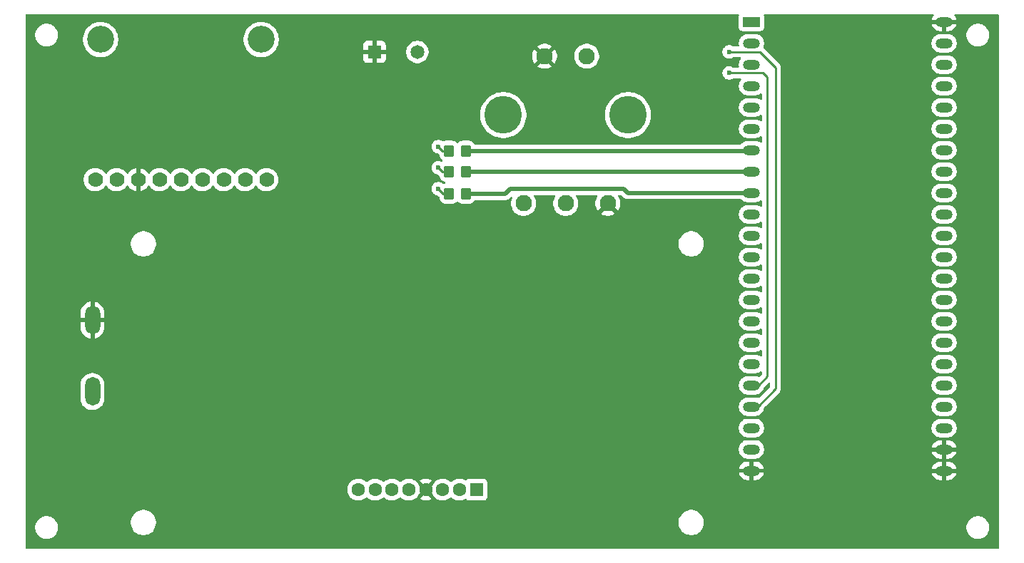
<source format=gbr>
%TF.GenerationSoftware,KiCad,Pcbnew,9.0.0*%
%TF.CreationDate,2025-04-12T21:06:23-04:00*%
%TF.ProjectId,phoenix_v1,70686f65-6e69-4785-9f76-312e6b696361,v2*%
%TF.SameCoordinates,Original*%
%TF.FileFunction,Copper,L2,Bot*%
%TF.FilePolarity,Positive*%
%FSLAX46Y46*%
G04 Gerber Fmt 4.6, Leading zero omitted, Abs format (unit mm)*
G04 Created by KiCad (PCBNEW 9.0.0) date 2025-04-12 21:06:23*
%MOMM*%
%LPD*%
G01*
G04 APERTURE LIST*
G04 Aperture macros list*
%AMRoundRect*
0 Rectangle with rounded corners*
0 $1 Rounding radius*
0 $2 $3 $4 $5 $6 $7 $8 $9 X,Y pos of 4 corners*
0 Add a 4 corners polygon primitive as box body*
4,1,4,$2,$3,$4,$5,$6,$7,$8,$9,$2,$3,0*
0 Add four circle primitives for the rounded corners*
1,1,$1+$1,$2,$3*
1,1,$1+$1,$4,$5*
1,1,$1+$1,$6,$7*
1,1,$1+$1,$8,$9*
0 Add four rect primitives between the rounded corners*
20,1,$1+$1,$2,$3,$4,$5,0*
20,1,$1+$1,$4,$5,$6,$7,0*
20,1,$1+$1,$6,$7,$8,$9,0*
20,1,$1+$1,$8,$9,$2,$3,0*%
G04 Aperture macros list end*
%TA.AperFunction,SMDPad,CuDef*%
%ADD10RoundRect,0.250000X0.350000X0.450000X-0.350000X0.450000X-0.350000X-0.450000X0.350000X-0.450000X0*%
%TD*%
%TA.AperFunction,ComponentPad*%
%ADD11C,1.778000*%
%TD*%
%TA.AperFunction,ComponentPad*%
%ADD12C,3.200000*%
%TD*%
%TA.AperFunction,ComponentPad*%
%ADD13R,1.650000X1.650000*%
%TD*%
%TA.AperFunction,ComponentPad*%
%ADD14C,1.650000*%
%TD*%
%TA.AperFunction,ComponentPad*%
%ADD15R,1.600000X1.600000*%
%TD*%
%TA.AperFunction,ComponentPad*%
%ADD16C,1.600000*%
%TD*%
%TA.AperFunction,ComponentPad*%
%ADD17O,1.800000X3.400000*%
%TD*%
%TA.AperFunction,ComponentPad*%
%ADD18R,2.000000X1.200000*%
%TD*%
%TA.AperFunction,ComponentPad*%
%ADD19O,2.000000X1.200000*%
%TD*%
%TA.AperFunction,ComponentPad*%
%ADD20C,1.950000*%
%TD*%
%TA.AperFunction,ComponentPad*%
%ADD21C,4.460000*%
%TD*%
%TA.AperFunction,ViaPad*%
%ADD22C,0.600000*%
%TD*%
%TA.AperFunction,Conductor*%
%ADD23C,0.250000*%
%TD*%
%TA.AperFunction,Conductor*%
%ADD24C,0.500000*%
%TD*%
G04 APERTURE END LIST*
D10*
%TO.P,R3,1*%
%TO.N,/LED_3*%
X131262578Y-80331471D03*
%TO.P,R3,2*%
%TO.N,Net-(D3-A)*%
X129262578Y-80331471D03*
%TD*%
%TO.P,R1,2*%
%TO.N,Net-(D1-A)*%
X129250000Y-75250000D03*
%TO.P,R1,1*%
%TO.N,/LED_1*%
X131250000Y-75250000D03*
%TD*%
%TO.P,R2,2*%
%TO.N,Net-(D2-A)*%
X129246885Y-77714021D03*
%TO.P,R2,1*%
%TO.N,/LED_2*%
X131246885Y-77714021D03*
%TD*%
D11*
%TO.P,J2,1,Pin_1*%
%TO.N,/MAX_DRDY*%
X107610000Y-78668000D03*
%TO.P,J2,2,Pin_2*%
%TO.N,/MAX_FAULT*%
X105070000Y-78668000D03*
%TO.P,J2,3,Pin_3*%
%TO.N,/MAX_CS*%
X102530000Y-78668000D03*
%TO.P,J2,4,Pin_4*%
%TO.N,/MAX_SDI*%
X99990000Y-78668000D03*
%TO.P,J2,5,Pin_5*%
%TO.N,/MAX_SDO*%
X97450000Y-78668000D03*
%TO.P,J2,6,Pin_6*%
%TO.N,/MAX_SCK*%
X94910000Y-78668000D03*
%TO.P,J2,7,Pin_7*%
%TO.N,GND*%
X92370000Y-78668000D03*
%TO.P,J2,8,Pin_8*%
%TO.N,/MAX_3.3VOUT*%
X89830000Y-78668000D03*
%TO.P,J2,9,Pin_9*%
%TO.N,+3.3V*%
X87290000Y-78668000D03*
D12*
%TO.P,J2,P$1*%
%TO.N,N/C*%
X87925000Y-62031000D03*
X106975000Y-62031000D03*
%TD*%
D13*
%TO.P,J1,1,Pin_1*%
%TO.N,GND*%
X120420000Y-63500000D03*
D14*
%TO.P,J1,2,Pin_2*%
%TO.N,/SSR_PWM*%
X125500000Y-63500000D03*
%TD*%
D15*
%TO.P,U2,1,~{RST}*%
%TO.N,/DISPLAY_RST*%
X132500000Y-115500000D03*
D16*
%TO.P,U2,2,SCL*%
%TO.N,/SCL*%
X130500000Y-115500000D03*
%TO.P,U2,3,SDA*%
%TO.N,/SDA*%
X128500000Y-115500000D03*
%TO.P,U2,4,VSS*%
%TO.N,GND*%
X126500000Y-115500000D03*
%TO.P,U2,5,VDD*%
%TO.N,+3.3V*%
X124500000Y-115500000D03*
%TO.P,U2,6,VOUT*%
%TO.N,Net-(U2-VOUT)*%
X122500000Y-115500000D03*
%TO.P,U2,7,C1+*%
%TO.N,Net-(U2-C1+)*%
X120500000Y-115500000D03*
%TO.P,U2,8,C1-*%
%TO.N,Net-(U2-C1-)*%
X118500000Y-115500000D03*
D17*
%TO.P,U2,9,A*%
%TO.N,+3.3V*%
X86950000Y-103850000D03*
%TO.P,U2,10,K*%
%TO.N,GND*%
X86950000Y-95350000D03*
%TD*%
D18*
%TO.P,U1,1,3V3*%
%TO.N,+3.3V*%
X165140000Y-59920000D03*
D19*
%TO.P,U1,2,3V3*%
X165140000Y-62460000D03*
%TO.P,U1,3,CHIP_PU*%
%TO.N,unconnected-(U1-CHIP_PU-Pad3)*%
X165140000Y-65000000D03*
%TO.P,U1,4,GPIO4/ADC1_CH3*%
%TO.N,/ENC_SW*%
X165140000Y-67540000D03*
%TO.P,U1,5,GPIO5/ADC1_CH4*%
%TO.N,/SSR_PWM*%
X165140000Y-70080000D03*
%TO.P,U1,6,GPIO6/ADC1_CH5*%
%TO.N,unconnected-(U1-GPIO6{slash}ADC1_CH5-Pad6)*%
X165140000Y-72620000D03*
%TO.P,U1,7,GPIO7/ADC1_CH6*%
%TO.N,/LED_1*%
X165140000Y-75160000D03*
%TO.P,U1,8,GPIO15/ADC2_CH4/32K_P*%
%TO.N,/LED_2*%
X165140000Y-77700000D03*
%TO.P,U1,9,GPIO16/ADC2_CH5/32K_N*%
%TO.N,/LED_3*%
X165140000Y-80240000D03*
%TO.P,U1,10,GPIO17/ADC2_CH6*%
%TO.N,/ENC_B*%
X165140000Y-82780000D03*
%TO.P,U1,11,GPIO18/ADC2_CH7*%
%TO.N,/ENC_A*%
X165140000Y-85320000D03*
%TO.P,U1,12,GPIO8/ADC1_CH7*%
%TO.N,/MAX_DRDY*%
X165140000Y-87860000D03*
%TO.P,U1,13,GPIO3/ADC1_CH2*%
%TO.N,/MAX_FAULT*%
X165140000Y-90400000D03*
%TO.P,U1,14,GPIO46*%
%TO.N,/MAX_CS*%
X165140000Y-92940000D03*
%TO.P,U1,15,GPIO9/ADC1_CH8*%
%TO.N,/MAX_SDI*%
X165140000Y-95480000D03*
%TO.P,U1,16,GPIO10/ADC1_CH9*%
%TO.N,/MAX_SDO*%
X165140000Y-98020000D03*
%TO.P,U1,17,GPIO11/ADC2_CH0*%
%TO.N,/MAX_SCK*%
X165140000Y-100560000D03*
%TO.P,U1,18,GPIO12/ADC2_CH1*%
%TO.N,/SDA*%
X165140000Y-103100000D03*
%TO.P,U1,19,GPIO13/ADC2_CH2*%
%TO.N,/SCL*%
X165140000Y-105640000D03*
%TO.P,U1,20,GPIO14/ADC2_CH3*%
%TO.N,/DISPLAY_RST*%
X165136320Y-108177280D03*
%TO.P,U1,21,5V*%
%TO.N,+5V*%
X165136320Y-110717280D03*
%TO.P,U1,22,GND*%
%TO.N,GND*%
X165136320Y-113257280D03*
%TO.P,U1,23,GND*%
X188000000Y-113260000D03*
%TO.P,U1,24,GND*%
X188000000Y-110720000D03*
%TO.P,U1,25,GPIO19/USB_D-*%
%TO.N,unconnected-(U1-GPIO19{slash}USB_D--Pad25)*%
X188000000Y-108180000D03*
%TO.P,U1,26,GPIO20/USB_D+*%
%TO.N,unconnected-(U1-GPIO20{slash}USB_D+-Pad26)*%
X188000000Y-105640000D03*
%TO.P,U1,27,GPIO21*%
%TO.N,unconnected-(U1-GPIO21-Pad27)*%
X188000000Y-103100000D03*
%TO.P,U1,28,GPIO47*%
%TO.N,unconnected-(U1-GPIO47-Pad28)*%
X188000000Y-100560000D03*
%TO.P,U1,29,GPIO48*%
%TO.N,unconnected-(U1-GPIO48-Pad29)*%
X188000000Y-98020000D03*
%TO.P,U1,30,GPIO45*%
%TO.N,unconnected-(U1-GPIO45-Pad30)*%
X188000000Y-95480000D03*
%TO.P,U1,31,GPIO0*%
%TO.N,unconnected-(U1-GPIO0-Pad31)*%
X188000000Y-92940000D03*
%TO.P,U1,32,GPIO35*%
%TO.N,unconnected-(U1-GPIO35-Pad32)*%
X188000000Y-90400000D03*
%TO.P,U1,33,GPIO36*%
%TO.N,unconnected-(U1-GPIO36-Pad33)*%
X188000000Y-87860000D03*
%TO.P,U1,34,GPIO37*%
%TO.N,unconnected-(U1-GPIO37-Pad34)*%
X188000000Y-85320000D03*
%TO.P,U1,35,GPIO38*%
%TO.N,unconnected-(U1-GPIO38-Pad35)*%
X188000000Y-82780000D03*
%TO.P,U1,36,GPIO39/MTCK*%
%TO.N,unconnected-(U1-GPIO39{slash}MTCK-Pad36)*%
X188000000Y-80240000D03*
%TO.P,U1,37,GPIO40/MTDO*%
%TO.N,unconnected-(U1-GPIO40{slash}MTDO-Pad37)*%
X188000000Y-77700000D03*
%TO.P,U1,38,GPIO41/MTDI*%
%TO.N,unconnected-(U1-GPIO41{slash}MTDI-Pad38)*%
X188000000Y-75160000D03*
%TO.P,U1,39,GPIO42/MTMS*%
%TO.N,unconnected-(U1-GPIO42{slash}MTMS-Pad39)*%
X188000000Y-72620000D03*
%TO.P,U1,40,GPIO2/ADC1_CH1*%
%TO.N,unconnected-(U1-GPIO2{slash}ADC1_CH1-Pad40)*%
X188000000Y-70080000D03*
%TO.P,U1,41,GPIO1/ADC1_CH0*%
%TO.N,unconnected-(U1-GPIO1{slash}ADC1_CH0-Pad41)*%
X188000000Y-67540000D03*
%TO.P,U1,42,GPIO44/U0RXD*%
%TO.N,unconnected-(U1-GPIO44{slash}U0RXD-Pad42)*%
X188000000Y-65000000D03*
%TO.P,U1,43,GPIO43/U0TXD*%
%TO.N,unconnected-(U1-GPIO43{slash}U0TXD-Pad43)*%
X188000000Y-62460000D03*
%TO.P,U1,44,GND*%
%TO.N,GND*%
X188000000Y-59920000D03*
%TD*%
D20*
%TO.P,SW1,A,A*%
%TO.N,/ENC_A*%
X138100000Y-81500000D03*
%TO.P,SW1,B,B*%
%TO.N,/ENC_B*%
X143100000Y-81500000D03*
%TO.P,SW1,C,C*%
%TO.N,GND*%
X148100000Y-81500000D03*
D21*
%TO.P,SW1,MH1*%
%TO.N,N/C*%
X135700000Y-71000000D03*
%TO.P,SW1,MH2*%
X150500000Y-71000000D03*
D20*
%TO.P,SW1,S1,S1*%
%TO.N,GND*%
X140600000Y-64000000D03*
%TO.P,SW1,S2,S2*%
%TO.N,/ENC_SW*%
X145600000Y-64000000D03*
%TD*%
D22*
%TO.N,GND*%
X79750000Y-64500000D03*
X79750000Y-82750000D03*
X80000000Y-73000000D03*
X79750000Y-88750000D03*
X79750000Y-98750000D03*
X80000000Y-105750000D03*
X80000000Y-111500000D03*
X80000000Y-116250000D03*
X193500000Y-116500000D03*
X193500000Y-111000000D03*
X193500000Y-103250000D03*
X193750000Y-95750000D03*
X193500000Y-88000000D03*
X193500000Y-80250000D03*
X193500000Y-72750000D03*
X193500000Y-65000000D03*
%TO.N,Net-(D1-A)*%
X128000000Y-74750000D03*
%TO.N,Net-(D3-A)*%
X128000000Y-79750000D03*
%TO.N,Net-(D2-A)*%
X128000000Y-77250000D03*
%TO.N,GND*%
X95000000Y-81250000D03*
X95000000Y-76500000D03*
X106500000Y-76500000D03*
X100500000Y-76500000D03*
X85750000Y-89750000D03*
X85250000Y-99750000D03*
X89250000Y-93250000D03*
X89000000Y-101750000D03*
X85500000Y-60000000D03*
X85500000Y-72000000D03*
X85500000Y-76250000D03*
X85500000Y-80750000D03*
X89000000Y-81750000D03*
X92750000Y-97500000D03*
X89250000Y-87750000D03*
X90500000Y-105500000D03*
X93000000Y-103250000D03*
X92750000Y-91750000D03*
X152500000Y-121000000D03*
X185500000Y-60000000D03*
X179500000Y-60000000D03*
X170500000Y-93000000D03*
X91000000Y-73000000D03*
X98500000Y-85000000D03*
X96500000Y-67500000D03*
X140500000Y-117000000D03*
X132000000Y-121000000D03*
X132000000Y-72500000D03*
X162500000Y-110500000D03*
X170500000Y-60000000D03*
X85500000Y-121500000D03*
X172000000Y-60000000D03*
X182500000Y-60000000D03*
X122500000Y-120500000D03*
X170500000Y-103000000D03*
X176000000Y-77500000D03*
X176000000Y-87500000D03*
X96000000Y-112500000D03*
X169024610Y-59973958D03*
X141500000Y-121000000D03*
X186500000Y-121500000D03*
X116500000Y-102000000D03*
X176000000Y-98000000D03*
X170500000Y-72500000D03*
X126500000Y-113000000D03*
X176500000Y-60000000D03*
X152000000Y-65500000D03*
X135000000Y-65000000D03*
X188500000Y-119500000D03*
X164500000Y-121500000D03*
X87000000Y-121500000D03*
X128000000Y-86500000D03*
X147500000Y-86500000D03*
X178000000Y-60000000D03*
X175000000Y-60000000D03*
X125500000Y-66500000D03*
X136500000Y-121000000D03*
X97000000Y-71500000D03*
X176000000Y-82500000D03*
X87500000Y-69500000D03*
X117500000Y-86000000D03*
X85500000Y-110500000D03*
X134500000Y-114000000D03*
X120500000Y-120500000D03*
X118500000Y-120500000D03*
X102000000Y-121500000D03*
X129500000Y-65000000D03*
X138500000Y-110000000D03*
X108500000Y-95500000D03*
X116000000Y-119000000D03*
X176000000Y-121500000D03*
X132000000Y-69000000D03*
X128000000Y-121000000D03*
X117500000Y-62500000D03*
X112500000Y-67000000D03*
X124500000Y-120500000D03*
X85500000Y-120000000D03*
X170500000Y-98000000D03*
X91000000Y-61000000D03*
X169500000Y-64500000D03*
X170500000Y-87500000D03*
X184000000Y-60000000D03*
X114500000Y-75000000D03*
X128000000Y-102500000D03*
X107500000Y-71500000D03*
X85500000Y-86000000D03*
X158500000Y-114000000D03*
X170500000Y-111500000D03*
X113500000Y-60000000D03*
X176000000Y-62500000D03*
X188500000Y-121500000D03*
X146000000Y-117000000D03*
X170500000Y-77500000D03*
X151500000Y-117000000D03*
X173000000Y-62500000D03*
X128000000Y-68500000D03*
X86500000Y-65000000D03*
X170500000Y-108000000D03*
X103500000Y-90000000D03*
X111500000Y-80000000D03*
X135500000Y-117000000D03*
X181000000Y-60000000D03*
X147000000Y-121000000D03*
X176000000Y-108000000D03*
X147000000Y-110000000D03*
X176000000Y-67500000D03*
X118500000Y-113000000D03*
X106000000Y-67500000D03*
X176000000Y-72500000D03*
X176000000Y-113500000D03*
X170500000Y-82500000D03*
X128500000Y-64000000D03*
X176000000Y-103000000D03*
X155500000Y-110000000D03*
X134500000Y-102500000D03*
X173500000Y-60000000D03*
X129000000Y-107500000D03*
X162500000Y-61500000D03*
X104500000Y-105000000D03*
X110000000Y-63500000D03*
X155000000Y-86500000D03*
X157000000Y-61500000D03*
X168000000Y-114000000D03*
X167500000Y-60000000D03*
X138500000Y-86500000D03*
X176000000Y-93000000D03*
X170500000Y-67500000D03*
%TO.N,/SCL*%
X162500000Y-63500000D03*
%TO.N,/SDA*%
X162500000Y-66000000D03*
%TD*%
D23*
%TO.N,Net-(D1-A)*%
X128500000Y-75250000D02*
X128000000Y-74750000D01*
X129250000Y-75250000D02*
X128500000Y-75250000D01*
%TO.N,Net-(D3-A)*%
X128581471Y-80331471D02*
X128000000Y-79750000D01*
X129262578Y-80331471D02*
X128581471Y-80331471D01*
%TO.N,Net-(D2-A)*%
X129246885Y-77714021D02*
X128464021Y-77714021D01*
X128464021Y-77714021D02*
X128000000Y-77250000D01*
X129246885Y-77714021D02*
X129035979Y-77714021D01*
X129035979Y-77714021D02*
X129000000Y-77750000D01*
D24*
%TO.N,/LED_3*%
X131262578Y-80331471D02*
X135918529Y-80331471D01*
X150000000Y-79750000D02*
X150490000Y-80240000D01*
X150490000Y-80240000D02*
X165140000Y-80240000D01*
X135918529Y-80331471D02*
X136500000Y-79750000D01*
X136500000Y-79750000D02*
X150000000Y-79750000D01*
%TO.N,/LED_2*%
X131246885Y-77714021D02*
X165125979Y-77714021D01*
X165125979Y-77714021D02*
X165140000Y-77700000D01*
%TO.N,/LED_1*%
X131250000Y-75250000D02*
X165050000Y-75250000D01*
X165050000Y-75250000D02*
X165140000Y-75160000D01*
D23*
%TO.N,/SCL*%
X168000000Y-65356300D02*
X168000000Y-103500000D01*
X166143700Y-63500000D02*
X168000000Y-65356300D01*
X168000000Y-103500000D02*
X165860000Y-105640000D01*
X165860000Y-105640000D02*
X165140000Y-105640000D01*
X162500000Y-63500000D02*
X166143700Y-63500000D01*
%TO.N,/SDA*%
X162500000Y-66000000D02*
X166500000Y-66000000D01*
X167000000Y-66500000D02*
X167000000Y-102070438D01*
X167000000Y-102070438D02*
X165970438Y-103100000D01*
X166500000Y-66000000D02*
X167000000Y-66500000D01*
X165970438Y-103100000D02*
X165140000Y-103100000D01*
%TD*%
%TA.AperFunction,Conductor*%
%TO.N,GND*%
G36*
X163613432Y-59020185D02*
G01*
X163659187Y-59072989D01*
X163669131Y-59142147D01*
X163662575Y-59167833D01*
X163645908Y-59212517D01*
X163639501Y-59272116D01*
X163639501Y-59272123D01*
X163639500Y-59272135D01*
X163639500Y-60567870D01*
X163639501Y-60567876D01*
X163645908Y-60627483D01*
X163696202Y-60762328D01*
X163696206Y-60762335D01*
X163782452Y-60877544D01*
X163782455Y-60877547D01*
X163897664Y-60963793D01*
X163897671Y-60963797D01*
X164032517Y-61014091D01*
X164032516Y-61014091D01*
X164039444Y-61014835D01*
X164092127Y-61020500D01*
X166187872Y-61020499D01*
X166247483Y-61014091D01*
X166382331Y-60963796D01*
X166497546Y-60877546D01*
X166583796Y-60762331D01*
X166634091Y-60627483D01*
X166640500Y-60567873D01*
X166640499Y-59867339D01*
X166640499Y-59272129D01*
X166640498Y-59272123D01*
X166640497Y-59272116D01*
X166634091Y-59212517D01*
X166617425Y-59167833D01*
X166612441Y-59098142D01*
X166645926Y-59036819D01*
X166707249Y-59003334D01*
X166733607Y-59000500D01*
X186665281Y-59000500D01*
X186732320Y-59020185D01*
X186778075Y-59072989D01*
X186788019Y-59142147D01*
X186762522Y-59198505D01*
X186763831Y-59199456D01*
X186659195Y-59343475D01*
X186580591Y-59497744D01*
X186527085Y-59662415D01*
X186525884Y-59669999D01*
X186525885Y-59670000D01*
X187684314Y-59670000D01*
X187679920Y-59674394D01*
X187627259Y-59765606D01*
X187600000Y-59867339D01*
X187600000Y-59972661D01*
X187627259Y-60074394D01*
X187679920Y-60165606D01*
X187684314Y-60170000D01*
X186525885Y-60170000D01*
X186527085Y-60177584D01*
X186580591Y-60342255D01*
X186659195Y-60496524D01*
X186760967Y-60636602D01*
X186883397Y-60759032D01*
X187023475Y-60860804D01*
X187177742Y-60939408D01*
X187342415Y-60992914D01*
X187513429Y-61020000D01*
X187750000Y-61020000D01*
X187750000Y-60235686D01*
X187754394Y-60240080D01*
X187845606Y-60292741D01*
X187947339Y-60320000D01*
X188052661Y-60320000D01*
X188154394Y-60292741D01*
X188245606Y-60240080D01*
X188250000Y-60235686D01*
X188250000Y-61020000D01*
X188486571Y-61020000D01*
X188657584Y-60992914D01*
X188822257Y-60939408D01*
X188976524Y-60860804D01*
X189116602Y-60759032D01*
X189239032Y-60636602D01*
X189340804Y-60496524D01*
X189419408Y-60342255D01*
X189472914Y-60177584D01*
X189474115Y-60170000D01*
X188315686Y-60170000D01*
X188320080Y-60165606D01*
X188372741Y-60074394D01*
X188400000Y-59972661D01*
X188400000Y-59867339D01*
X188372741Y-59765606D01*
X188320080Y-59674394D01*
X188315686Y-59670000D01*
X189474115Y-59670000D01*
X189474115Y-59669999D01*
X189472914Y-59662415D01*
X189419408Y-59497744D01*
X189340804Y-59343475D01*
X189236169Y-59199456D01*
X189237498Y-59198489D01*
X189211859Y-59141277D01*
X189222292Y-59072191D01*
X189268420Y-59019712D01*
X189334719Y-59000500D01*
X194375500Y-59000500D01*
X194442539Y-59020185D01*
X194488294Y-59072989D01*
X194499500Y-59124500D01*
X194499500Y-122375500D01*
X194479815Y-122442539D01*
X194427011Y-122488294D01*
X194375500Y-122499500D01*
X79124500Y-122499500D01*
X79057461Y-122479815D01*
X79011706Y-122427011D01*
X79000500Y-122375500D01*
X79000500Y-119893713D01*
X80149500Y-119893713D01*
X80149500Y-120106287D01*
X80182754Y-120316243D01*
X80202661Y-120377511D01*
X80248444Y-120518414D01*
X80344951Y-120707820D01*
X80469890Y-120879786D01*
X80620213Y-121030109D01*
X80792179Y-121155048D01*
X80792181Y-121155049D01*
X80792184Y-121155051D01*
X80981588Y-121251557D01*
X81183757Y-121317246D01*
X81393713Y-121350500D01*
X81393714Y-121350500D01*
X81606286Y-121350500D01*
X81606287Y-121350500D01*
X81816243Y-121317246D01*
X82018412Y-121251557D01*
X82207816Y-121155051D01*
X82229789Y-121139086D01*
X82379786Y-121030109D01*
X82379788Y-121030106D01*
X82379792Y-121030104D01*
X82530104Y-120879792D01*
X82530106Y-120879788D01*
X82530109Y-120879786D01*
X82655048Y-120707820D01*
X82655047Y-120707820D01*
X82655051Y-120707816D01*
X82751557Y-120518412D01*
X82817246Y-120316243D01*
X82850500Y-120106287D01*
X82850500Y-119893713D01*
X82817246Y-119683757D01*
X82751557Y-119481588D01*
X82655051Y-119292184D01*
X82655050Y-119292182D01*
X82647581Y-119281902D01*
X91499500Y-119281902D01*
X91499500Y-119518097D01*
X91536446Y-119751368D01*
X91609433Y-119975996D01*
X91716657Y-120186433D01*
X91855483Y-120377510D01*
X92022490Y-120544517D01*
X92213567Y-120683343D01*
X92261598Y-120707816D01*
X92424003Y-120790566D01*
X92424005Y-120790566D01*
X92424008Y-120790568D01*
X92544412Y-120829689D01*
X92648631Y-120863553D01*
X92881903Y-120900500D01*
X92881908Y-120900500D01*
X93118097Y-120900500D01*
X93351368Y-120863553D01*
X93575992Y-120790568D01*
X93786433Y-120683343D01*
X93977510Y-120544517D01*
X94144517Y-120377510D01*
X94283343Y-120186433D01*
X94390568Y-119975992D01*
X94463553Y-119751368D01*
X94474261Y-119683760D01*
X94500500Y-119518097D01*
X94500500Y-119281902D01*
X156499500Y-119281902D01*
X156499500Y-119518097D01*
X156536446Y-119751368D01*
X156609433Y-119975996D01*
X156716657Y-120186433D01*
X156855483Y-120377510D01*
X157022490Y-120544517D01*
X157213567Y-120683343D01*
X157261598Y-120707816D01*
X157424003Y-120790566D01*
X157424005Y-120790566D01*
X157424008Y-120790568D01*
X157544412Y-120829689D01*
X157648631Y-120863553D01*
X157881903Y-120900500D01*
X157881908Y-120900500D01*
X158118097Y-120900500D01*
X158351368Y-120863553D01*
X158575992Y-120790568D01*
X158786433Y-120683343D01*
X158977510Y-120544517D01*
X159144517Y-120377510D01*
X159283343Y-120186433D01*
X159390568Y-119975992D01*
X159417302Y-119893713D01*
X190649500Y-119893713D01*
X190649500Y-120106287D01*
X190682754Y-120316243D01*
X190702661Y-120377511D01*
X190748444Y-120518414D01*
X190844951Y-120707820D01*
X190969890Y-120879786D01*
X191120213Y-121030109D01*
X191292179Y-121155048D01*
X191292181Y-121155049D01*
X191292184Y-121155051D01*
X191481588Y-121251557D01*
X191683757Y-121317246D01*
X191893713Y-121350500D01*
X191893714Y-121350500D01*
X192106286Y-121350500D01*
X192106287Y-121350500D01*
X192316243Y-121317246D01*
X192518412Y-121251557D01*
X192707816Y-121155051D01*
X192729789Y-121139086D01*
X192879786Y-121030109D01*
X192879788Y-121030106D01*
X192879792Y-121030104D01*
X193030104Y-120879792D01*
X193030106Y-120879788D01*
X193030109Y-120879786D01*
X193155048Y-120707820D01*
X193155047Y-120707820D01*
X193155051Y-120707816D01*
X193251557Y-120518412D01*
X193317246Y-120316243D01*
X193350500Y-120106287D01*
X193350500Y-119893713D01*
X193317246Y-119683757D01*
X193251557Y-119481588D01*
X193155051Y-119292184D01*
X193155049Y-119292181D01*
X193155048Y-119292179D01*
X193030109Y-119120213D01*
X192879786Y-118969890D01*
X192707820Y-118844951D01*
X192518414Y-118748444D01*
X192518413Y-118748443D01*
X192518412Y-118748443D01*
X192316243Y-118682754D01*
X192316241Y-118682753D01*
X192316240Y-118682753D01*
X192154957Y-118657208D01*
X192106287Y-118649500D01*
X191893713Y-118649500D01*
X191845042Y-118657208D01*
X191683760Y-118682753D01*
X191481585Y-118748444D01*
X191292179Y-118844951D01*
X191120213Y-118969890D01*
X190969890Y-119120213D01*
X190844951Y-119292179D01*
X190748444Y-119481585D01*
X190682753Y-119683760D01*
X190656341Y-119850521D01*
X190649500Y-119893713D01*
X159417302Y-119893713D01*
X159463553Y-119751368D01*
X159482588Y-119631184D01*
X159500500Y-119518097D01*
X159500500Y-119281902D01*
X159463553Y-119048631D01*
X159390566Y-118824003D01*
X159334002Y-118712991D01*
X159283343Y-118613567D01*
X159144517Y-118422490D01*
X158977510Y-118255483D01*
X158786433Y-118116657D01*
X158575996Y-118009433D01*
X158351368Y-117936446D01*
X158118097Y-117899500D01*
X158118092Y-117899500D01*
X157881908Y-117899500D01*
X157881903Y-117899500D01*
X157648631Y-117936446D01*
X157424003Y-118009433D01*
X157213566Y-118116657D01*
X157104550Y-118195862D01*
X157022490Y-118255483D01*
X157022488Y-118255485D01*
X157022487Y-118255485D01*
X156855485Y-118422487D01*
X156855485Y-118422488D01*
X156855483Y-118422490D01*
X156795862Y-118504550D01*
X156716657Y-118613566D01*
X156609433Y-118824003D01*
X156536446Y-119048631D01*
X156499500Y-119281902D01*
X94500500Y-119281902D01*
X94463553Y-119048631D01*
X94390566Y-118824003D01*
X94334002Y-118712991D01*
X94283343Y-118613567D01*
X94144517Y-118422490D01*
X93977510Y-118255483D01*
X93786433Y-118116657D01*
X93575996Y-118009433D01*
X93351368Y-117936446D01*
X93118097Y-117899500D01*
X93118092Y-117899500D01*
X92881908Y-117899500D01*
X92881903Y-117899500D01*
X92648631Y-117936446D01*
X92424003Y-118009433D01*
X92213566Y-118116657D01*
X92104550Y-118195862D01*
X92022490Y-118255483D01*
X92022488Y-118255485D01*
X92022487Y-118255485D01*
X91855485Y-118422487D01*
X91855485Y-118422488D01*
X91855483Y-118422490D01*
X91795862Y-118504550D01*
X91716657Y-118613566D01*
X91609433Y-118824003D01*
X91536446Y-119048631D01*
X91499500Y-119281902D01*
X82647581Y-119281902D01*
X82530109Y-119120213D01*
X82379786Y-118969890D01*
X82207820Y-118844951D01*
X82018414Y-118748444D01*
X82018413Y-118748443D01*
X82018412Y-118748443D01*
X81816243Y-118682754D01*
X81816241Y-118682753D01*
X81816240Y-118682753D01*
X81654957Y-118657208D01*
X81606287Y-118649500D01*
X81393713Y-118649500D01*
X81345042Y-118657208D01*
X81183760Y-118682753D01*
X80981585Y-118748444D01*
X80792179Y-118844951D01*
X80620213Y-118969890D01*
X80469890Y-119120213D01*
X80344951Y-119292179D01*
X80248444Y-119481585D01*
X80182753Y-119683760D01*
X80156341Y-119850521D01*
X80149500Y-119893713D01*
X79000500Y-119893713D01*
X79000500Y-115397648D01*
X117199500Y-115397648D01*
X117199500Y-115602351D01*
X117231522Y-115804534D01*
X117294781Y-115999223D01*
X117387715Y-116181613D01*
X117508028Y-116347213D01*
X117652786Y-116491971D01*
X117773226Y-116579474D01*
X117818390Y-116612287D01*
X117907212Y-116657544D01*
X118000776Y-116705218D01*
X118000778Y-116705218D01*
X118000781Y-116705220D01*
X118105137Y-116739127D01*
X118195465Y-116768477D01*
X118296557Y-116784488D01*
X118397648Y-116800500D01*
X118397649Y-116800500D01*
X118602351Y-116800500D01*
X118602352Y-116800500D01*
X118804534Y-116768477D01*
X118999219Y-116705220D01*
X119181610Y-116612287D01*
X119277901Y-116542328D01*
X119347213Y-116491971D01*
X119347215Y-116491968D01*
X119347219Y-116491966D01*
X119412319Y-116426866D01*
X119473642Y-116393381D01*
X119543334Y-116398365D01*
X119587681Y-116426866D01*
X119652786Y-116491971D01*
X119773226Y-116579474D01*
X119818390Y-116612287D01*
X119907212Y-116657544D01*
X120000776Y-116705218D01*
X120000778Y-116705218D01*
X120000781Y-116705220D01*
X120105137Y-116739127D01*
X120195465Y-116768477D01*
X120296557Y-116784488D01*
X120397648Y-116800500D01*
X120397649Y-116800500D01*
X120602351Y-116800500D01*
X120602352Y-116800500D01*
X120804534Y-116768477D01*
X120999219Y-116705220D01*
X121181610Y-116612287D01*
X121277901Y-116542328D01*
X121347213Y-116491971D01*
X121347215Y-116491968D01*
X121347219Y-116491966D01*
X121412319Y-116426866D01*
X121473642Y-116393381D01*
X121543334Y-116398365D01*
X121587681Y-116426866D01*
X121652786Y-116491971D01*
X121773226Y-116579474D01*
X121818390Y-116612287D01*
X121907212Y-116657544D01*
X122000776Y-116705218D01*
X122000778Y-116705218D01*
X122000781Y-116705220D01*
X122105137Y-116739127D01*
X122195465Y-116768477D01*
X122296557Y-116784488D01*
X122397648Y-116800500D01*
X122397649Y-116800500D01*
X122602351Y-116800500D01*
X122602352Y-116800500D01*
X122804534Y-116768477D01*
X122999219Y-116705220D01*
X123181610Y-116612287D01*
X123277901Y-116542328D01*
X123347213Y-116491971D01*
X123347215Y-116491968D01*
X123347219Y-116491966D01*
X123412319Y-116426866D01*
X123473642Y-116393381D01*
X123543334Y-116398365D01*
X123587681Y-116426866D01*
X123652786Y-116491971D01*
X123773226Y-116579474D01*
X123818390Y-116612287D01*
X123907212Y-116657544D01*
X124000776Y-116705218D01*
X124000778Y-116705218D01*
X124000781Y-116705220D01*
X124105137Y-116739127D01*
X124195465Y-116768477D01*
X124296557Y-116784488D01*
X124397648Y-116800500D01*
X124397649Y-116800500D01*
X124602351Y-116800500D01*
X124602352Y-116800500D01*
X124804534Y-116768477D01*
X124999219Y-116705220D01*
X125181610Y-116612287D01*
X125277901Y-116542328D01*
X125347213Y-116491971D01*
X125347215Y-116491968D01*
X125347219Y-116491966D01*
X125491966Y-116347219D01*
X125491968Y-116347215D01*
X125491971Y-116347213D01*
X125544732Y-116274590D01*
X125612287Y-116181610D01*
X125705220Y-115999219D01*
X125723934Y-115941624D01*
X125754183Y-115892262D01*
X126017037Y-115629407D01*
X126034075Y-115692993D01*
X126099901Y-115807007D01*
X126192993Y-115900099D01*
X126307007Y-115965925D01*
X126370590Y-115982962D01*
X125774076Y-116579474D01*
X125818650Y-116611859D01*
X126000968Y-116704755D01*
X126195582Y-116767990D01*
X126397683Y-116800000D01*
X126602317Y-116800000D01*
X126804417Y-116767990D01*
X126999031Y-116704755D01*
X127181349Y-116611859D01*
X127225921Y-116579474D01*
X126629409Y-115982962D01*
X126692993Y-115965925D01*
X126807007Y-115900099D01*
X126900099Y-115807007D01*
X126965925Y-115692993D01*
X126982962Y-115629409D01*
X127245816Y-115892263D01*
X127276065Y-115941624D01*
X127294779Y-115999219D01*
X127387715Y-116181613D01*
X127508028Y-116347213D01*
X127652786Y-116491971D01*
X127773226Y-116579474D01*
X127818390Y-116612287D01*
X127907212Y-116657544D01*
X128000776Y-116705218D01*
X128000778Y-116705218D01*
X128000781Y-116705220D01*
X128105137Y-116739127D01*
X128195465Y-116768477D01*
X128296557Y-116784488D01*
X128397648Y-116800500D01*
X128397649Y-116800500D01*
X128602351Y-116800500D01*
X128602352Y-116800500D01*
X128804534Y-116768477D01*
X128999219Y-116705220D01*
X129181610Y-116612287D01*
X129277901Y-116542328D01*
X129347213Y-116491971D01*
X129347215Y-116491968D01*
X129347219Y-116491966D01*
X129412319Y-116426866D01*
X129473642Y-116393381D01*
X129543334Y-116398365D01*
X129587681Y-116426866D01*
X129652786Y-116491971D01*
X129773226Y-116579474D01*
X129818390Y-116612287D01*
X129907212Y-116657544D01*
X130000776Y-116705218D01*
X130000778Y-116705218D01*
X130000781Y-116705220D01*
X130105137Y-116739127D01*
X130195465Y-116768477D01*
X130296557Y-116784488D01*
X130397648Y-116800500D01*
X130397649Y-116800500D01*
X130602351Y-116800500D01*
X130602352Y-116800500D01*
X130804534Y-116768477D01*
X130999219Y-116705220D01*
X131180512Y-116612846D01*
X131249178Y-116599950D01*
X131313919Y-116626226D01*
X131336071Y-116649019D01*
X131342455Y-116657547D01*
X131457664Y-116743793D01*
X131457671Y-116743797D01*
X131592517Y-116794091D01*
X131592516Y-116794091D01*
X131599444Y-116794835D01*
X131652127Y-116800500D01*
X133347872Y-116800499D01*
X133407483Y-116794091D01*
X133542331Y-116743796D01*
X133657546Y-116657546D01*
X133743796Y-116542331D01*
X133794091Y-116407483D01*
X133800500Y-116347873D01*
X133800499Y-114652128D01*
X133794091Y-114592517D01*
X133743796Y-114457669D01*
X133743795Y-114457668D01*
X133743793Y-114457664D01*
X133657547Y-114342455D01*
X133657544Y-114342452D01*
X133542335Y-114256206D01*
X133542328Y-114256202D01*
X133407482Y-114205908D01*
X133407483Y-114205908D01*
X133347883Y-114199501D01*
X133347881Y-114199500D01*
X133347873Y-114199500D01*
X133347864Y-114199500D01*
X131652129Y-114199500D01*
X131652123Y-114199501D01*
X131592516Y-114205908D01*
X131457671Y-114256202D01*
X131457664Y-114256206D01*
X131342457Y-114342451D01*
X131342450Y-114342457D01*
X131336069Y-114350982D01*
X131280134Y-114392851D01*
X131210442Y-114397832D01*
X131180510Y-114387152D01*
X130999223Y-114294781D01*
X130804534Y-114231522D01*
X130629995Y-114203878D01*
X130602352Y-114199500D01*
X130397648Y-114199500D01*
X130373329Y-114203351D01*
X130195465Y-114231522D01*
X130000776Y-114294781D01*
X129818386Y-114387715D01*
X129652786Y-114508028D01*
X129652782Y-114508032D01*
X129587681Y-114573134D01*
X129526358Y-114606619D01*
X129456666Y-114601635D01*
X129412319Y-114573134D01*
X129347213Y-114508028D01*
X129181613Y-114387715D01*
X129181612Y-114387714D01*
X129181610Y-114387713D01*
X129121882Y-114357280D01*
X128999223Y-114294781D01*
X128804534Y-114231522D01*
X128629995Y-114203878D01*
X128602352Y-114199500D01*
X128397648Y-114199500D01*
X128373329Y-114203351D01*
X128195465Y-114231522D01*
X128000776Y-114294781D01*
X127818386Y-114387715D01*
X127652786Y-114508028D01*
X127508028Y-114652786D01*
X127387715Y-114818385D01*
X127341246Y-114909585D01*
X127294780Y-115000781D01*
X127294779Y-115000783D01*
X127294778Y-115000786D01*
X127276065Y-115058375D01*
X127245816Y-115107735D01*
X126982962Y-115370589D01*
X126965925Y-115307007D01*
X126900099Y-115192993D01*
X126807007Y-115099901D01*
X126692993Y-115034075D01*
X126629408Y-115017037D01*
X127225922Y-114420524D01*
X127225921Y-114420523D01*
X127181359Y-114388147D01*
X127181350Y-114388141D01*
X126999031Y-114295244D01*
X126804417Y-114232009D01*
X126602317Y-114200000D01*
X126397683Y-114200000D01*
X126195582Y-114232009D01*
X126000968Y-114295244D01*
X125818644Y-114388143D01*
X125774077Y-114420523D01*
X125774077Y-114420524D01*
X126370591Y-115017037D01*
X126307007Y-115034075D01*
X126192993Y-115099901D01*
X126099901Y-115192993D01*
X126034075Y-115307007D01*
X126017037Y-115370590D01*
X125754182Y-115107735D01*
X125723932Y-115058372D01*
X125705220Y-115000781D01*
X125612287Y-114818390D01*
X125604556Y-114807749D01*
X125491971Y-114652786D01*
X125347213Y-114508028D01*
X125181613Y-114387715D01*
X125181612Y-114387714D01*
X125181610Y-114387713D01*
X125121882Y-114357280D01*
X124999223Y-114294781D01*
X124804534Y-114231522D01*
X124629995Y-114203878D01*
X124602352Y-114199500D01*
X124397648Y-114199500D01*
X124373329Y-114203351D01*
X124195465Y-114231522D01*
X124000776Y-114294781D01*
X123818386Y-114387715D01*
X123652786Y-114508028D01*
X123652782Y-114508032D01*
X123587681Y-114573134D01*
X123526358Y-114606619D01*
X123456666Y-114601635D01*
X123412319Y-114573134D01*
X123347213Y-114508028D01*
X123181613Y-114387715D01*
X123181612Y-114387714D01*
X123181610Y-114387713D01*
X123121882Y-114357280D01*
X122999223Y-114294781D01*
X122804534Y-114231522D01*
X122629995Y-114203878D01*
X122602352Y-114199500D01*
X122397648Y-114199500D01*
X122373329Y-114203351D01*
X122195465Y-114231522D01*
X122000776Y-114294781D01*
X121818386Y-114387715D01*
X121652786Y-114508028D01*
X121652782Y-114508032D01*
X121587681Y-114573134D01*
X121526358Y-114606619D01*
X121456666Y-114601635D01*
X121412319Y-114573134D01*
X121347213Y-114508028D01*
X121181613Y-114387715D01*
X121181612Y-114387714D01*
X121181610Y-114387713D01*
X121121882Y-114357280D01*
X120999223Y-114294781D01*
X120804534Y-114231522D01*
X120629995Y-114203878D01*
X120602352Y-114199500D01*
X120397648Y-114199500D01*
X120373329Y-114203351D01*
X120195465Y-114231522D01*
X120000776Y-114294781D01*
X119818386Y-114387715D01*
X119652786Y-114508028D01*
X119652782Y-114508032D01*
X119587681Y-114573134D01*
X119526358Y-114606619D01*
X119456666Y-114601635D01*
X119412319Y-114573134D01*
X119347213Y-114508028D01*
X119181613Y-114387715D01*
X119181612Y-114387714D01*
X119181610Y-114387713D01*
X119121882Y-114357280D01*
X118999223Y-114294781D01*
X118804534Y-114231522D01*
X118629995Y-114203878D01*
X118602352Y-114199500D01*
X118397648Y-114199500D01*
X118373329Y-114203351D01*
X118195465Y-114231522D01*
X118000776Y-114294781D01*
X117818386Y-114387715D01*
X117652786Y-114508028D01*
X117508028Y-114652786D01*
X117387715Y-114818386D01*
X117294781Y-115000776D01*
X117231522Y-115195465D01*
X117199500Y-115397648D01*
X79000500Y-115397648D01*
X79000500Y-113007279D01*
X163662204Y-113007279D01*
X163662205Y-113007280D01*
X164820634Y-113007280D01*
X164816240Y-113011674D01*
X164763579Y-113102886D01*
X164736320Y-113204619D01*
X164736320Y-113309941D01*
X164763579Y-113411674D01*
X164816240Y-113502886D01*
X164820634Y-113507280D01*
X163662205Y-113507280D01*
X163663405Y-113514864D01*
X163716911Y-113679535D01*
X163795515Y-113833804D01*
X163897287Y-113973882D01*
X164019717Y-114096312D01*
X164159795Y-114198084D01*
X164314062Y-114276688D01*
X164478735Y-114330194D01*
X164649749Y-114357280D01*
X164886320Y-114357280D01*
X164886320Y-113572966D01*
X164890714Y-113577360D01*
X164981926Y-113630021D01*
X165083659Y-113657280D01*
X165188981Y-113657280D01*
X165290714Y-113630021D01*
X165381926Y-113577360D01*
X165386320Y-113572966D01*
X165386320Y-114357280D01*
X165622891Y-114357280D01*
X165793904Y-114330194D01*
X165958577Y-114276688D01*
X166112844Y-114198084D01*
X166252922Y-114096312D01*
X166375352Y-113973882D01*
X166477124Y-113833804D01*
X166555728Y-113679535D01*
X166609234Y-113514864D01*
X166609234Y-113514863D01*
X166610435Y-113507280D01*
X165452006Y-113507280D01*
X165456400Y-113502886D01*
X165509061Y-113411674D01*
X165536320Y-113309941D01*
X165536320Y-113204619D01*
X165509061Y-113102886D01*
X165456400Y-113011674D01*
X165454725Y-113009999D01*
X186525884Y-113009999D01*
X186525885Y-113010000D01*
X187684314Y-113010000D01*
X187679920Y-113014394D01*
X187627259Y-113105606D01*
X187600000Y-113207339D01*
X187600000Y-113312661D01*
X187627259Y-113414394D01*
X187679920Y-113505606D01*
X187684314Y-113510000D01*
X186525885Y-113510000D01*
X186527085Y-113517584D01*
X186580591Y-113682255D01*
X186659195Y-113836524D01*
X186760967Y-113976602D01*
X186883397Y-114099032D01*
X187023475Y-114200804D01*
X187177742Y-114279408D01*
X187342415Y-114332914D01*
X187513429Y-114360000D01*
X187750000Y-114360000D01*
X187750000Y-113575686D01*
X187754394Y-113580080D01*
X187845606Y-113632741D01*
X187947339Y-113660000D01*
X188052661Y-113660000D01*
X188154394Y-113632741D01*
X188245606Y-113580080D01*
X188250000Y-113575686D01*
X188250000Y-114360000D01*
X188486571Y-114360000D01*
X188657584Y-114332914D01*
X188822257Y-114279408D01*
X188976524Y-114200804D01*
X189116602Y-114099032D01*
X189239032Y-113976602D01*
X189340804Y-113836524D01*
X189419408Y-113682255D01*
X189472914Y-113517584D01*
X189474115Y-113510000D01*
X188315686Y-113510000D01*
X188320080Y-113505606D01*
X188372741Y-113414394D01*
X188400000Y-113312661D01*
X188400000Y-113207339D01*
X188372741Y-113105606D01*
X188320080Y-113014394D01*
X188315686Y-113010000D01*
X189474115Y-113010000D01*
X189474115Y-113009999D01*
X189472914Y-113002415D01*
X189419408Y-112837744D01*
X189340804Y-112683475D01*
X189239032Y-112543397D01*
X189116602Y-112420967D01*
X188976524Y-112319195D01*
X188822257Y-112240591D01*
X188657584Y-112187085D01*
X188486571Y-112160000D01*
X188250000Y-112160000D01*
X188250000Y-112944314D01*
X188245606Y-112939920D01*
X188154394Y-112887259D01*
X188052661Y-112860000D01*
X187947339Y-112860000D01*
X187845606Y-112887259D01*
X187754394Y-112939920D01*
X187750000Y-112944314D01*
X187750000Y-112160000D01*
X187513429Y-112160000D01*
X187342415Y-112187085D01*
X187177742Y-112240591D01*
X187023475Y-112319195D01*
X186883397Y-112420967D01*
X186760967Y-112543397D01*
X186659195Y-112683475D01*
X186580591Y-112837744D01*
X186527085Y-113002415D01*
X186525884Y-113009999D01*
X165454725Y-113009999D01*
X165452006Y-113007280D01*
X166610435Y-113007280D01*
X166610435Y-113007279D01*
X166609234Y-112999695D01*
X166555728Y-112835024D01*
X166477124Y-112680755D01*
X166375352Y-112540677D01*
X166252922Y-112418247D01*
X166112844Y-112316475D01*
X165958577Y-112237871D01*
X165793904Y-112184365D01*
X165622891Y-112157280D01*
X165386320Y-112157280D01*
X165386320Y-112941594D01*
X165381926Y-112937200D01*
X165290714Y-112884539D01*
X165188981Y-112857280D01*
X165083659Y-112857280D01*
X164981926Y-112884539D01*
X164890714Y-112937200D01*
X164886320Y-112941594D01*
X164886320Y-112157280D01*
X164649749Y-112157280D01*
X164478735Y-112184365D01*
X164314062Y-112237871D01*
X164159795Y-112316475D01*
X164019717Y-112418247D01*
X163897287Y-112540677D01*
X163795515Y-112680755D01*
X163716911Y-112835024D01*
X163663405Y-112999695D01*
X163662204Y-113007279D01*
X79000500Y-113007279D01*
X79000500Y-110630669D01*
X163635820Y-110630669D01*
X163635820Y-110803891D01*
X163662918Y-110974981D01*
X163716447Y-111139725D01*
X163795088Y-111294068D01*
X163896906Y-111434208D01*
X164019392Y-111556694D01*
X164159532Y-111658512D01*
X164313875Y-111737153D01*
X164478619Y-111790682D01*
X164649709Y-111817780D01*
X164649710Y-111817780D01*
X165622930Y-111817780D01*
X165622931Y-111817780D01*
X165794021Y-111790682D01*
X165958765Y-111737153D01*
X166113108Y-111658512D01*
X166253248Y-111556694D01*
X166375734Y-111434208D01*
X166477552Y-111294068D01*
X166556193Y-111139725D01*
X166609722Y-110974981D01*
X166636820Y-110803891D01*
X166636820Y-110630669D01*
X166611372Y-110469999D01*
X186525884Y-110469999D01*
X186525885Y-110470000D01*
X187684314Y-110470000D01*
X187679920Y-110474394D01*
X187627259Y-110565606D01*
X187600000Y-110667339D01*
X187600000Y-110772661D01*
X187627259Y-110874394D01*
X187679920Y-110965606D01*
X187684314Y-110970000D01*
X186525885Y-110970000D01*
X186527085Y-110977584D01*
X186580591Y-111142255D01*
X186659195Y-111296524D01*
X186760967Y-111436602D01*
X186883397Y-111559032D01*
X187023475Y-111660804D01*
X187177742Y-111739408D01*
X187342415Y-111792914D01*
X187513429Y-111820000D01*
X187750000Y-111820000D01*
X187750000Y-111035686D01*
X187754394Y-111040080D01*
X187845606Y-111092741D01*
X187947339Y-111120000D01*
X188052661Y-111120000D01*
X188154394Y-111092741D01*
X188245606Y-111040080D01*
X188250000Y-111035686D01*
X188250000Y-111820000D01*
X188486571Y-111820000D01*
X188657584Y-111792914D01*
X188822257Y-111739408D01*
X188976524Y-111660804D01*
X189116602Y-111559032D01*
X189239032Y-111436602D01*
X189340804Y-111296524D01*
X189419408Y-111142255D01*
X189472914Y-110977584D01*
X189474115Y-110970000D01*
X188315686Y-110970000D01*
X188320080Y-110965606D01*
X188372741Y-110874394D01*
X188400000Y-110772661D01*
X188400000Y-110667339D01*
X188372741Y-110565606D01*
X188320080Y-110474394D01*
X188315686Y-110470000D01*
X189474115Y-110470000D01*
X189474115Y-110469999D01*
X189472914Y-110462415D01*
X189419408Y-110297744D01*
X189340804Y-110143475D01*
X189239032Y-110003397D01*
X189116602Y-109880967D01*
X188976524Y-109779195D01*
X188822257Y-109700591D01*
X188657584Y-109647085D01*
X188486571Y-109620000D01*
X188250000Y-109620000D01*
X188250000Y-110404314D01*
X188245606Y-110399920D01*
X188154394Y-110347259D01*
X188052661Y-110320000D01*
X187947339Y-110320000D01*
X187845606Y-110347259D01*
X187754394Y-110399920D01*
X187750000Y-110404314D01*
X187750000Y-109620000D01*
X187513429Y-109620000D01*
X187342415Y-109647085D01*
X187177742Y-109700591D01*
X187023475Y-109779195D01*
X186883397Y-109880967D01*
X186760967Y-110003397D01*
X186659195Y-110143475D01*
X186580591Y-110297744D01*
X186527085Y-110462415D01*
X186525884Y-110469999D01*
X166611372Y-110469999D01*
X166609722Y-110459579D01*
X166556193Y-110294835D01*
X166477552Y-110140492D01*
X166375734Y-110000352D01*
X166253248Y-109877866D01*
X166113108Y-109776048D01*
X165958765Y-109697407D01*
X165794021Y-109643878D01*
X165794019Y-109643877D01*
X165794018Y-109643877D01*
X165643261Y-109620000D01*
X165622931Y-109616780D01*
X164649709Y-109616780D01*
X164629379Y-109620000D01*
X164478622Y-109643877D01*
X164313872Y-109697408D01*
X164159531Y-109776048D01*
X164079576Y-109834139D01*
X164019392Y-109877866D01*
X164019390Y-109877868D01*
X164019389Y-109877868D01*
X163896908Y-110000349D01*
X163896908Y-110000350D01*
X163896906Y-110000352D01*
X163894694Y-110003397D01*
X163795088Y-110140491D01*
X163716448Y-110294832D01*
X163662917Y-110459582D01*
X163646125Y-110565606D01*
X163635820Y-110630669D01*
X79000500Y-110630669D01*
X79000500Y-108090669D01*
X163635820Y-108090669D01*
X163635820Y-108263891D01*
X163662918Y-108434981D01*
X163716447Y-108599725D01*
X163795088Y-108754068D01*
X163896906Y-108894208D01*
X164019392Y-109016694D01*
X164159532Y-109118512D01*
X164313875Y-109197153D01*
X164478619Y-109250682D01*
X164649709Y-109277780D01*
X164649710Y-109277780D01*
X165622930Y-109277780D01*
X165622931Y-109277780D01*
X165794021Y-109250682D01*
X165958765Y-109197153D01*
X166113108Y-109118512D01*
X166253248Y-109016694D01*
X166375734Y-108894208D01*
X166477552Y-108754068D01*
X166556193Y-108599725D01*
X166609722Y-108434981D01*
X166636820Y-108263891D01*
X166636820Y-108093389D01*
X186499500Y-108093389D01*
X186499500Y-108266610D01*
X186526166Y-108434977D01*
X186526598Y-108437701D01*
X186580127Y-108602445D01*
X186658768Y-108756788D01*
X186760586Y-108896928D01*
X186883072Y-109019414D01*
X187023212Y-109121232D01*
X187177555Y-109199873D01*
X187342299Y-109253402D01*
X187513389Y-109280500D01*
X187513390Y-109280500D01*
X188486610Y-109280500D01*
X188486611Y-109280500D01*
X188657701Y-109253402D01*
X188822445Y-109199873D01*
X188976788Y-109121232D01*
X189116928Y-109019414D01*
X189239414Y-108896928D01*
X189341232Y-108756788D01*
X189419873Y-108602445D01*
X189473402Y-108437701D01*
X189500500Y-108266611D01*
X189500500Y-108093389D01*
X189473402Y-107922299D01*
X189419873Y-107757555D01*
X189341232Y-107603212D01*
X189239414Y-107463072D01*
X189116928Y-107340586D01*
X188976788Y-107238768D01*
X188822445Y-107160127D01*
X188657701Y-107106598D01*
X188657699Y-107106597D01*
X188657698Y-107106597D01*
X188526271Y-107085781D01*
X188486611Y-107079500D01*
X187513389Y-107079500D01*
X187473728Y-107085781D01*
X187342302Y-107106597D01*
X187177552Y-107160128D01*
X187023211Y-107238768D01*
X186943256Y-107296859D01*
X186883072Y-107340586D01*
X186883070Y-107340588D01*
X186883069Y-107340588D01*
X186760588Y-107463069D01*
X186760588Y-107463070D01*
X186760586Y-107463072D01*
X186716859Y-107523256D01*
X186658768Y-107603211D01*
X186580128Y-107757552D01*
X186526597Y-107922302D01*
X186499500Y-108093389D01*
X166636820Y-108093389D01*
X166636820Y-108090669D01*
X166609722Y-107919579D01*
X166556193Y-107754835D01*
X166477552Y-107600492D01*
X166375734Y-107460352D01*
X166253248Y-107337866D01*
X166113108Y-107236048D01*
X165958765Y-107157407D01*
X165794021Y-107103878D01*
X165794019Y-107103877D01*
X165794018Y-107103877D01*
X165640104Y-107079500D01*
X165622931Y-107076780D01*
X164649709Y-107076780D01*
X164632536Y-107079500D01*
X164478622Y-107103877D01*
X164313872Y-107157408D01*
X164159531Y-107236048D01*
X164079576Y-107294139D01*
X164019392Y-107337866D01*
X164019390Y-107337868D01*
X164019389Y-107337868D01*
X163896908Y-107460349D01*
X163896908Y-107460350D01*
X163896906Y-107460352D01*
X163894930Y-107463072D01*
X163795088Y-107600491D01*
X163716448Y-107754832D01*
X163662917Y-107919582D01*
X163635820Y-108090669D01*
X79000500Y-108090669D01*
X79000500Y-102939778D01*
X85549500Y-102939778D01*
X85549500Y-104760221D01*
X85583985Y-104977952D01*
X85652103Y-105187603D01*
X85652104Y-105187606D01*
X85720122Y-105321096D01*
X85751307Y-105382299D01*
X85752187Y-105384025D01*
X85881752Y-105562358D01*
X85881756Y-105562363D01*
X86037636Y-105718243D01*
X86037641Y-105718247D01*
X86132511Y-105787173D01*
X86215978Y-105847815D01*
X86313876Y-105897697D01*
X86412393Y-105947895D01*
X86412396Y-105947896D01*
X86517221Y-105981955D01*
X86622049Y-106016015D01*
X86839778Y-106050500D01*
X86839779Y-106050500D01*
X87060221Y-106050500D01*
X87060222Y-106050500D01*
X87277951Y-106016015D01*
X87487606Y-105947895D01*
X87684022Y-105847815D01*
X87862365Y-105718242D01*
X88018242Y-105562365D01*
X88147815Y-105384022D01*
X88247895Y-105187606D01*
X88316015Y-104977951D01*
X88350500Y-104760222D01*
X88350500Y-102939778D01*
X88316015Y-102722049D01*
X88247895Y-102512394D01*
X88247895Y-102512393D01*
X88182000Y-102383070D01*
X88147815Y-102315978D01*
X88033596Y-102158768D01*
X88018247Y-102137641D01*
X88018243Y-102137636D01*
X87862363Y-101981756D01*
X87862358Y-101981752D01*
X87684025Y-101852187D01*
X87684024Y-101852186D01*
X87684022Y-101852185D01*
X87603874Y-101811347D01*
X87487606Y-101752104D01*
X87487603Y-101752103D01*
X87277952Y-101683985D01*
X87129673Y-101660500D01*
X87060222Y-101649500D01*
X86839778Y-101649500D01*
X86770327Y-101660500D01*
X86622047Y-101683985D01*
X86412396Y-101752103D01*
X86412393Y-101752104D01*
X86215974Y-101852187D01*
X86037641Y-101981752D01*
X86037636Y-101981756D01*
X85881756Y-102137636D01*
X85881752Y-102137641D01*
X85752187Y-102315974D01*
X85652104Y-102512393D01*
X85652103Y-102512396D01*
X85583985Y-102722047D01*
X85549500Y-102939778D01*
X79000500Y-102939778D01*
X79000500Y-94439818D01*
X85550000Y-94439818D01*
X85550000Y-95100000D01*
X86450000Y-95100000D01*
X86450000Y-95600000D01*
X85550000Y-95600000D01*
X85550000Y-96260181D01*
X85584473Y-96477835D01*
X85652567Y-96687410D01*
X85752613Y-96883760D01*
X85882142Y-97062041D01*
X86037958Y-97217857D01*
X86216239Y-97347386D01*
X86412589Y-97447432D01*
X86622163Y-97515526D01*
X86699999Y-97527854D01*
X86700000Y-97527854D01*
X86700000Y-96583012D01*
X86757007Y-96615925D01*
X86884174Y-96650000D01*
X87015826Y-96650000D01*
X87142993Y-96615925D01*
X87200000Y-96583012D01*
X87200000Y-97527854D01*
X87277834Y-97515526D01*
X87277837Y-97515526D01*
X87487410Y-97447432D01*
X87683760Y-97347386D01*
X87862041Y-97217857D01*
X88017857Y-97062041D01*
X88147386Y-96883760D01*
X88247432Y-96687410D01*
X88315526Y-96477835D01*
X88350000Y-96260181D01*
X88350000Y-95600000D01*
X87450000Y-95600000D01*
X87450000Y-95100000D01*
X88350000Y-95100000D01*
X88350000Y-94439818D01*
X88315526Y-94222164D01*
X88247432Y-94012589D01*
X88147386Y-93816239D01*
X88017857Y-93637958D01*
X87862041Y-93482142D01*
X87683760Y-93352613D01*
X87487410Y-93252567D01*
X87277836Y-93184473D01*
X87200000Y-93172144D01*
X87200000Y-94116988D01*
X87142993Y-94084075D01*
X87015826Y-94050000D01*
X86884174Y-94050000D01*
X86757007Y-94084075D01*
X86700000Y-94116988D01*
X86700000Y-93172144D01*
X86622164Y-93184473D01*
X86622161Y-93184473D01*
X86412589Y-93252567D01*
X86216239Y-93352613D01*
X86037958Y-93482142D01*
X85882142Y-93637958D01*
X85752613Y-93816239D01*
X85652567Y-94012589D01*
X85584473Y-94222164D01*
X85550000Y-94439818D01*
X79000500Y-94439818D01*
X79000500Y-86181902D01*
X91499500Y-86181902D01*
X91499500Y-86418097D01*
X91536446Y-86651368D01*
X91609433Y-86875996D01*
X91665168Y-86985381D01*
X91716657Y-87086433D01*
X91855483Y-87277510D01*
X92022490Y-87444517D01*
X92213567Y-87583343D01*
X92312991Y-87634002D01*
X92424003Y-87690566D01*
X92424005Y-87690566D01*
X92424008Y-87690568D01*
X92544412Y-87729689D01*
X92648631Y-87763553D01*
X92881903Y-87800500D01*
X92881908Y-87800500D01*
X93118097Y-87800500D01*
X93351368Y-87763553D01*
X93575992Y-87690568D01*
X93786433Y-87583343D01*
X93977510Y-87444517D01*
X94144517Y-87277510D01*
X94283343Y-87086433D01*
X94390568Y-86875992D01*
X94463553Y-86651368D01*
X94500119Y-86420500D01*
X94500500Y-86418097D01*
X94500500Y-86181902D01*
X156499500Y-86181902D01*
X156499500Y-86418097D01*
X156536446Y-86651368D01*
X156609433Y-86875996D01*
X156665168Y-86985381D01*
X156716657Y-87086433D01*
X156855483Y-87277510D01*
X157022490Y-87444517D01*
X157213567Y-87583343D01*
X157312991Y-87634002D01*
X157424003Y-87690566D01*
X157424005Y-87690566D01*
X157424008Y-87690568D01*
X157544412Y-87729689D01*
X157648631Y-87763553D01*
X157881903Y-87800500D01*
X157881908Y-87800500D01*
X158118097Y-87800500D01*
X158351368Y-87763553D01*
X158575992Y-87690568D01*
X158786433Y-87583343D01*
X158977510Y-87444517D01*
X159144517Y-87277510D01*
X159283343Y-87086433D01*
X159390568Y-86875992D01*
X159463553Y-86651368D01*
X159500119Y-86420500D01*
X159500500Y-86418097D01*
X159500500Y-86181902D01*
X159463553Y-85948631D01*
X159396559Y-85742447D01*
X159390568Y-85724008D01*
X159390566Y-85724005D01*
X159390566Y-85724003D01*
X159283342Y-85513566D01*
X159144517Y-85322490D01*
X158977510Y-85155483D01*
X158786433Y-85016657D01*
X158575996Y-84909433D01*
X158351368Y-84836446D01*
X158118097Y-84799500D01*
X158118092Y-84799500D01*
X157881908Y-84799500D01*
X157881903Y-84799500D01*
X157648631Y-84836446D01*
X157424003Y-84909433D01*
X157213566Y-85016657D01*
X157150746Y-85062299D01*
X157022490Y-85155483D01*
X157022488Y-85155485D01*
X157022487Y-85155485D01*
X156855485Y-85322487D01*
X156855485Y-85322488D01*
X156855483Y-85322490D01*
X156795862Y-85404550D01*
X156716657Y-85513566D01*
X156609433Y-85724003D01*
X156536446Y-85948631D01*
X156499500Y-86181902D01*
X94500500Y-86181902D01*
X94463553Y-85948631D01*
X94396559Y-85742447D01*
X94390568Y-85724008D01*
X94390566Y-85724005D01*
X94390566Y-85724003D01*
X94283342Y-85513566D01*
X94144517Y-85322490D01*
X93977510Y-85155483D01*
X93786433Y-85016657D01*
X93575996Y-84909433D01*
X93351368Y-84836446D01*
X93118097Y-84799500D01*
X93118092Y-84799500D01*
X92881908Y-84799500D01*
X92881903Y-84799500D01*
X92648631Y-84836446D01*
X92424003Y-84909433D01*
X92213566Y-85016657D01*
X92150746Y-85062299D01*
X92022490Y-85155483D01*
X92022488Y-85155485D01*
X92022487Y-85155485D01*
X91855485Y-85322487D01*
X91855485Y-85322488D01*
X91855483Y-85322490D01*
X91795862Y-85404550D01*
X91716657Y-85513566D01*
X91609433Y-85724003D01*
X91536446Y-85948631D01*
X91499500Y-86181902D01*
X79000500Y-86181902D01*
X79000500Y-78558638D01*
X85900500Y-78558638D01*
X85900500Y-78777361D01*
X85934714Y-78993376D01*
X86002297Y-79201380D01*
X86002298Y-79201383D01*
X86069782Y-79333825D01*
X86089722Y-79372960D01*
X86101595Y-79396260D01*
X86230142Y-79573193D01*
X86384806Y-79727857D01*
X86523808Y-79828846D01*
X86561743Y-79856407D01*
X86689132Y-79921315D01*
X86756616Y-79955701D01*
X86756619Y-79955702D01*
X86842141Y-79983489D01*
X86964625Y-80023286D01*
X87064672Y-80039132D01*
X87180639Y-80057500D01*
X87180644Y-80057500D01*
X87399361Y-80057500D01*
X87504082Y-80040912D01*
X87615375Y-80023286D01*
X87823383Y-79955701D01*
X88018257Y-79856407D01*
X88117601Y-79784229D01*
X88195193Y-79727857D01*
X88195195Y-79727854D01*
X88195199Y-79727852D01*
X88349852Y-79573199D01*
X88459683Y-79422028D01*
X88515011Y-79379364D01*
X88584624Y-79373385D01*
X88646420Y-79405990D01*
X88660313Y-79422023D01*
X88733729Y-79523072D01*
X88770148Y-79573199D01*
X88924806Y-79727857D01*
X89063808Y-79828846D01*
X89101743Y-79856407D01*
X89229132Y-79921315D01*
X89296616Y-79955701D01*
X89296619Y-79955702D01*
X89382141Y-79983489D01*
X89504625Y-80023286D01*
X89604672Y-80039132D01*
X89720639Y-80057500D01*
X89720644Y-80057500D01*
X89939361Y-80057500D01*
X90044082Y-80040912D01*
X90155375Y-80023286D01*
X90363383Y-79955701D01*
X90558257Y-79856407D01*
X90657601Y-79784229D01*
X90735193Y-79727857D01*
X90735195Y-79727854D01*
X90735199Y-79727852D01*
X90889852Y-79573199D01*
X90999991Y-79421603D01*
X91055320Y-79378939D01*
X91124933Y-79372960D01*
X91186729Y-79405565D01*
X91200627Y-79421605D01*
X91310524Y-79572866D01*
X91310528Y-79572871D01*
X91465128Y-79727471D01*
X91465133Y-79727475D01*
X91642001Y-79855976D01*
X91836808Y-79955237D01*
X91836811Y-79955238D01*
X92044739Y-80022797D01*
X92119999Y-80034717D01*
X92120000Y-80034717D01*
X92120000Y-79101012D01*
X92177007Y-79133925D01*
X92304174Y-79168000D01*
X92435826Y-79168000D01*
X92562993Y-79133925D01*
X92620000Y-79101012D01*
X92620000Y-80034717D01*
X92695258Y-80022797D01*
X92695261Y-80022797D01*
X92903188Y-79955238D01*
X92903191Y-79955237D01*
X93097998Y-79855976D01*
X93274866Y-79727475D01*
X93274871Y-79727471D01*
X93429469Y-79572873D01*
X93539371Y-79421605D01*
X93594701Y-79378939D01*
X93664314Y-79372960D01*
X93726110Y-79405565D01*
X93740008Y-79421605D01*
X93850142Y-79573192D01*
X93850146Y-79573197D01*
X94004806Y-79727857D01*
X94143808Y-79828846D01*
X94181743Y-79856407D01*
X94309132Y-79921315D01*
X94376616Y-79955701D01*
X94376619Y-79955702D01*
X94462141Y-79983489D01*
X94584625Y-80023286D01*
X94684672Y-80039132D01*
X94800639Y-80057500D01*
X94800644Y-80057500D01*
X95019361Y-80057500D01*
X95124082Y-80040912D01*
X95235375Y-80023286D01*
X95443383Y-79955701D01*
X95638257Y-79856407D01*
X95737601Y-79784229D01*
X95815193Y-79727857D01*
X95815195Y-79727854D01*
X95815199Y-79727852D01*
X95969852Y-79573199D01*
X96079683Y-79422028D01*
X96135011Y-79379364D01*
X96204624Y-79373385D01*
X96266420Y-79405990D01*
X96280313Y-79422023D01*
X96353729Y-79523072D01*
X96390148Y-79573199D01*
X96544806Y-79727857D01*
X96683808Y-79828846D01*
X96721743Y-79856407D01*
X96849132Y-79921315D01*
X96916616Y-79955701D01*
X96916619Y-79955702D01*
X97002141Y-79983489D01*
X97124625Y-80023286D01*
X97224672Y-80039132D01*
X97340639Y-80057500D01*
X97340644Y-80057500D01*
X97559361Y-80057500D01*
X97664082Y-80040912D01*
X97775375Y-80023286D01*
X97983383Y-79955701D01*
X98178257Y-79856407D01*
X98277601Y-79784229D01*
X98355193Y-79727857D01*
X98355195Y-79727854D01*
X98355199Y-79727852D01*
X98509852Y-79573199D01*
X98619683Y-79422028D01*
X98675011Y-79379364D01*
X98744624Y-79373385D01*
X98806420Y-79405990D01*
X98820313Y-79422023D01*
X98893729Y-79523072D01*
X98930148Y-79573199D01*
X99084806Y-79727857D01*
X99223808Y-79828846D01*
X99261743Y-79856407D01*
X99389132Y-79921315D01*
X99456616Y-79955701D01*
X99456619Y-79955702D01*
X99542141Y-79983489D01*
X99664625Y-80023286D01*
X99764672Y-80039132D01*
X99880639Y-80057500D01*
X99880644Y-80057500D01*
X100099361Y-80057500D01*
X100204082Y-80040912D01*
X100315375Y-80023286D01*
X100523383Y-79955701D01*
X100718257Y-79856407D01*
X100817601Y-79784229D01*
X100895193Y-79727857D01*
X100895195Y-79727854D01*
X100895199Y-79727852D01*
X101049852Y-79573199D01*
X101159683Y-79422028D01*
X101215011Y-79379364D01*
X101284624Y-79373385D01*
X101346420Y-79405990D01*
X101360313Y-79422023D01*
X101433729Y-79523072D01*
X101470148Y-79573199D01*
X101624806Y-79727857D01*
X101763808Y-79828846D01*
X101801743Y-79856407D01*
X101929132Y-79921315D01*
X101996616Y-79955701D01*
X101996619Y-79955702D01*
X102082141Y-79983489D01*
X102204625Y-80023286D01*
X102304672Y-80039132D01*
X102420639Y-80057500D01*
X102420644Y-80057500D01*
X102639361Y-80057500D01*
X102744082Y-80040912D01*
X102855375Y-80023286D01*
X103063383Y-79955701D01*
X103258257Y-79856407D01*
X103357601Y-79784229D01*
X103435193Y-79727857D01*
X103435195Y-79727854D01*
X103435199Y-79727852D01*
X103589852Y-79573199D01*
X103699683Y-79422028D01*
X103755011Y-79379364D01*
X103824624Y-79373385D01*
X103886420Y-79405990D01*
X103900313Y-79422023D01*
X103973729Y-79523072D01*
X104010148Y-79573199D01*
X104164806Y-79727857D01*
X104303808Y-79828846D01*
X104341743Y-79856407D01*
X104469132Y-79921315D01*
X104536616Y-79955701D01*
X104536619Y-79955702D01*
X104622141Y-79983489D01*
X104744625Y-80023286D01*
X104844672Y-80039132D01*
X104960639Y-80057500D01*
X104960644Y-80057500D01*
X105179361Y-80057500D01*
X105284082Y-80040912D01*
X105395375Y-80023286D01*
X105603383Y-79955701D01*
X105798257Y-79856407D01*
X105897601Y-79784229D01*
X105975193Y-79727857D01*
X105975195Y-79727854D01*
X105975199Y-79727852D01*
X106129852Y-79573199D01*
X106239683Y-79422028D01*
X106295011Y-79379364D01*
X106364624Y-79373385D01*
X106426420Y-79405990D01*
X106440313Y-79422023D01*
X106513729Y-79523072D01*
X106550148Y-79573199D01*
X106704806Y-79727857D01*
X106843808Y-79828846D01*
X106881743Y-79856407D01*
X107009132Y-79921315D01*
X107076616Y-79955701D01*
X107076619Y-79955702D01*
X107162141Y-79983489D01*
X107284625Y-80023286D01*
X107384672Y-80039132D01*
X107500639Y-80057500D01*
X107500644Y-80057500D01*
X107719361Y-80057500D01*
X107824082Y-80040912D01*
X107935375Y-80023286D01*
X108143383Y-79955701D01*
X108338257Y-79856407D01*
X108437601Y-79784229D01*
X108515193Y-79727857D01*
X108515195Y-79727854D01*
X108515199Y-79727852D01*
X108669852Y-79573199D01*
X108669854Y-79573195D01*
X108669857Y-79573193D01*
X108744964Y-79469815D01*
X108798407Y-79396257D01*
X108897701Y-79201383D01*
X108965286Y-78993375D01*
X108988179Y-78848833D01*
X108999500Y-78777361D01*
X108999500Y-78558638D01*
X108977055Y-78416930D01*
X108965286Y-78342625D01*
X108930595Y-78235857D01*
X108897702Y-78134619D01*
X108897701Y-78134616D01*
X108854903Y-78050622D01*
X108798407Y-77939743D01*
X108749034Y-77871786D01*
X108669857Y-77762806D01*
X108515193Y-77608142D01*
X108338260Y-77479595D01*
X108338259Y-77479594D01*
X108338257Y-77479593D01*
X108265064Y-77442299D01*
X108143383Y-77380298D01*
X108143380Y-77380297D01*
X107935376Y-77312714D01*
X107719361Y-77278500D01*
X107719356Y-77278500D01*
X107500644Y-77278500D01*
X107500639Y-77278500D01*
X107284623Y-77312714D01*
X107076619Y-77380297D01*
X107076616Y-77380298D01*
X106881739Y-77479595D01*
X106704806Y-77608142D01*
X106550142Y-77762806D01*
X106440318Y-77913969D01*
X106384989Y-77956635D01*
X106315375Y-77962614D01*
X106253580Y-77930009D01*
X106239682Y-77913969D01*
X106129857Y-77762806D01*
X105975193Y-77608142D01*
X105798260Y-77479595D01*
X105798259Y-77479594D01*
X105798257Y-77479593D01*
X105725064Y-77442299D01*
X105603383Y-77380298D01*
X105603380Y-77380297D01*
X105395376Y-77312714D01*
X105179361Y-77278500D01*
X105179356Y-77278500D01*
X104960644Y-77278500D01*
X104960639Y-77278500D01*
X104744623Y-77312714D01*
X104536619Y-77380297D01*
X104536616Y-77380298D01*
X104341739Y-77479595D01*
X104164806Y-77608142D01*
X104010142Y-77762806D01*
X103900318Y-77913969D01*
X103844989Y-77956635D01*
X103775375Y-77962614D01*
X103713580Y-77930009D01*
X103699682Y-77913969D01*
X103589857Y-77762806D01*
X103435193Y-77608142D01*
X103258260Y-77479595D01*
X103258259Y-77479594D01*
X103258257Y-77479593D01*
X103185064Y-77442299D01*
X103063383Y-77380298D01*
X103063380Y-77380297D01*
X102855376Y-77312714D01*
X102639361Y-77278500D01*
X102639356Y-77278500D01*
X102420644Y-77278500D01*
X102420639Y-77278500D01*
X102204623Y-77312714D01*
X101996619Y-77380297D01*
X101996616Y-77380298D01*
X101801739Y-77479595D01*
X101624806Y-77608142D01*
X101470142Y-77762806D01*
X101360318Y-77913969D01*
X101304989Y-77956635D01*
X101235375Y-77962614D01*
X101173580Y-77930009D01*
X101159682Y-77913969D01*
X101049857Y-77762806D01*
X100895193Y-77608142D01*
X100718260Y-77479595D01*
X100718259Y-77479594D01*
X100718257Y-77479593D01*
X100645064Y-77442299D01*
X100523383Y-77380298D01*
X100523380Y-77380297D01*
X100315376Y-77312714D01*
X100099361Y-77278500D01*
X100099356Y-77278500D01*
X99880644Y-77278500D01*
X99880639Y-77278500D01*
X99664623Y-77312714D01*
X99456619Y-77380297D01*
X99456616Y-77380298D01*
X99261739Y-77479595D01*
X99084806Y-77608142D01*
X98930142Y-77762806D01*
X98820318Y-77913969D01*
X98764989Y-77956635D01*
X98695375Y-77962614D01*
X98633580Y-77930009D01*
X98619682Y-77913969D01*
X98509857Y-77762806D01*
X98355193Y-77608142D01*
X98178260Y-77479595D01*
X98178259Y-77479594D01*
X98178257Y-77479593D01*
X98105064Y-77442299D01*
X97983383Y-77380298D01*
X97983380Y-77380297D01*
X97775376Y-77312714D01*
X97559361Y-77278500D01*
X97559356Y-77278500D01*
X97340644Y-77278500D01*
X97340639Y-77278500D01*
X97124623Y-77312714D01*
X96916619Y-77380297D01*
X96916616Y-77380298D01*
X96721739Y-77479595D01*
X96544806Y-77608142D01*
X96390142Y-77762806D01*
X96280318Y-77913969D01*
X96224989Y-77956635D01*
X96155375Y-77962614D01*
X96093580Y-77930009D01*
X96079682Y-77913969D01*
X95969857Y-77762806D01*
X95815193Y-77608142D01*
X95638260Y-77479595D01*
X95638259Y-77479594D01*
X95638257Y-77479593D01*
X95565064Y-77442299D01*
X95443383Y-77380298D01*
X95443380Y-77380297D01*
X95235376Y-77312714D01*
X95019361Y-77278500D01*
X95019356Y-77278500D01*
X94800644Y-77278500D01*
X94800639Y-77278500D01*
X94584623Y-77312714D01*
X94376619Y-77380297D01*
X94376616Y-77380298D01*
X94181739Y-77479595D01*
X94004806Y-77608142D01*
X93850146Y-77762802D01*
X93850142Y-77762807D01*
X93740008Y-77914394D01*
X93684678Y-77957060D01*
X93615065Y-77963039D01*
X93553270Y-77930433D01*
X93539372Y-77914394D01*
X93429475Y-77763133D01*
X93429471Y-77763128D01*
X93274871Y-77608528D01*
X93274866Y-77608524D01*
X93097998Y-77480023D01*
X92903191Y-77380762D01*
X92903188Y-77380761D01*
X92695258Y-77313201D01*
X92620000Y-77301281D01*
X92620000Y-78234988D01*
X92562993Y-78202075D01*
X92435826Y-78168000D01*
X92304174Y-78168000D01*
X92177007Y-78202075D01*
X92120000Y-78234988D01*
X92120000Y-77301281D01*
X92044741Y-77313201D01*
X91836811Y-77380761D01*
X91836808Y-77380762D01*
X91642001Y-77480023D01*
X91465133Y-77608524D01*
X91465128Y-77608528D01*
X91310528Y-77763128D01*
X91310524Y-77763133D01*
X91200627Y-77914394D01*
X91145297Y-77957060D01*
X91075684Y-77963039D01*
X91013889Y-77930433D01*
X90999991Y-77914394D01*
X90889857Y-77762807D01*
X90889853Y-77762802D01*
X90735193Y-77608142D01*
X90558260Y-77479595D01*
X90558259Y-77479594D01*
X90558257Y-77479593D01*
X90485064Y-77442299D01*
X90363383Y-77380298D01*
X90363380Y-77380297D01*
X90155376Y-77312714D01*
X89939361Y-77278500D01*
X89939356Y-77278500D01*
X89720644Y-77278500D01*
X89720639Y-77278500D01*
X89504623Y-77312714D01*
X89296619Y-77380297D01*
X89296616Y-77380298D01*
X89101739Y-77479595D01*
X88924806Y-77608142D01*
X88770142Y-77762806D01*
X88660318Y-77913969D01*
X88604989Y-77956635D01*
X88535375Y-77962614D01*
X88473580Y-77930009D01*
X88459682Y-77913969D01*
X88349857Y-77762806D01*
X88195193Y-77608142D01*
X88018260Y-77479595D01*
X88018259Y-77479594D01*
X88018257Y-77479593D01*
X87945064Y-77442299D01*
X87823383Y-77380298D01*
X87823380Y-77380297D01*
X87615376Y-77312714D01*
X87399361Y-77278500D01*
X87399356Y-77278500D01*
X87180644Y-77278500D01*
X87180639Y-77278500D01*
X86964623Y-77312714D01*
X86756619Y-77380297D01*
X86756616Y-77380298D01*
X86561739Y-77479595D01*
X86384806Y-77608142D01*
X86230142Y-77762806D01*
X86101595Y-77939739D01*
X86002298Y-78134616D01*
X86002297Y-78134619D01*
X85934714Y-78342623D01*
X85900500Y-78558638D01*
X79000500Y-78558638D01*
X79000500Y-74671153D01*
X127199500Y-74671153D01*
X127199500Y-74828846D01*
X127230261Y-74983489D01*
X127230264Y-74983501D01*
X127290602Y-75129172D01*
X127290609Y-75129185D01*
X127378210Y-75260288D01*
X127378213Y-75260292D01*
X127489707Y-75371786D01*
X127489711Y-75371789D01*
X127620814Y-75459390D01*
X127620827Y-75459397D01*
X127708230Y-75495599D01*
X127766503Y-75519737D01*
X127877716Y-75541858D01*
X127894470Y-75550622D01*
X127912949Y-75554642D01*
X127937985Y-75573384D01*
X127939623Y-75574241D01*
X127941203Y-75575793D01*
X128011016Y-75645606D01*
X128011045Y-75645637D01*
X128101264Y-75735856D01*
X128102942Y-75736977D01*
X128103623Y-75737791D01*
X128105975Y-75739722D01*
X128105609Y-75740167D01*
X128147750Y-75790587D01*
X128157415Y-75827482D01*
X128160001Y-75852797D01*
X128215185Y-76019331D01*
X128215187Y-76019336D01*
X128307289Y-76168657D01*
X128431344Y-76292712D01*
X128445076Y-76301182D01*
X128491801Y-76353130D01*
X128503024Y-76422092D01*
X128475180Y-76486175D01*
X128417112Y-76525031D01*
X128347254Y-76526325D01*
X128332528Y-76521282D01*
X128233501Y-76480264D01*
X128233489Y-76480261D01*
X128078845Y-76449500D01*
X128078842Y-76449500D01*
X127921158Y-76449500D01*
X127921155Y-76449500D01*
X127766510Y-76480261D01*
X127766498Y-76480264D01*
X127620827Y-76540602D01*
X127620814Y-76540609D01*
X127489711Y-76628210D01*
X127489707Y-76628213D01*
X127378213Y-76739707D01*
X127378210Y-76739711D01*
X127290609Y-76870814D01*
X127290602Y-76870827D01*
X127230264Y-77016498D01*
X127230261Y-77016510D01*
X127199500Y-77171153D01*
X127199500Y-77328846D01*
X127230261Y-77483489D01*
X127230264Y-77483501D01*
X127290602Y-77629172D01*
X127290609Y-77629185D01*
X127378210Y-77760288D01*
X127378213Y-77760292D01*
X127489707Y-77871786D01*
X127489711Y-77871789D01*
X127620814Y-77959390D01*
X127620827Y-77959397D01*
X127708230Y-77995599D01*
X127766503Y-78019737D01*
X127877716Y-78041858D01*
X127894470Y-78050622D01*
X127912949Y-78054642D01*
X127937985Y-78073384D01*
X127939623Y-78074241D01*
X127941203Y-78075793D01*
X127975037Y-78109627D01*
X127975066Y-78109658D01*
X128065284Y-78199876D01*
X128065289Y-78199880D01*
X128102238Y-78224568D01*
X128147044Y-78278179D01*
X128155432Y-78310199D01*
X128155468Y-78310192D01*
X128155636Y-78310977D01*
X128156706Y-78315064D01*
X128156886Y-78316818D01*
X128212071Y-78483355D01*
X128304173Y-78632677D01*
X128428229Y-78756733D01*
X128577551Y-78848835D01*
X128744088Y-78904020D01*
X128744090Y-78904020D01*
X128746890Y-78904948D01*
X128747799Y-78904917D01*
X128749059Y-78905666D01*
X128750514Y-78906149D01*
X128750407Y-78906469D01*
X128775764Y-78921559D01*
X128804367Y-78937055D01*
X128805615Y-78939323D01*
X128807841Y-78940648D01*
X128822367Y-78969764D01*
X128838054Y-78998268D01*
X128837877Y-79000851D01*
X128839034Y-79003169D01*
X128835513Y-79035518D01*
X128833299Y-79067976D01*
X128831754Y-79070053D01*
X128831474Y-79072628D01*
X128811027Y-79097932D01*
X128791612Y-79124047D01*
X128788686Y-79125580D01*
X128787561Y-79126974D01*
X128755980Y-79142731D01*
X128654949Y-79176210D01*
X128585120Y-79178612D01*
X128528261Y-79146183D01*
X128510291Y-79128212D01*
X128510288Y-79128210D01*
X128379185Y-79040609D01*
X128379172Y-79040602D01*
X128233501Y-78980264D01*
X128233489Y-78980261D01*
X128078845Y-78949500D01*
X128078842Y-78949500D01*
X127921158Y-78949500D01*
X127921155Y-78949500D01*
X127766510Y-78980261D01*
X127766498Y-78980264D01*
X127620827Y-79040602D01*
X127620814Y-79040609D01*
X127489711Y-79128210D01*
X127489707Y-79128213D01*
X127378213Y-79239707D01*
X127378210Y-79239711D01*
X127290609Y-79370814D01*
X127290602Y-79370827D01*
X127230264Y-79516498D01*
X127230261Y-79516510D01*
X127199500Y-79671153D01*
X127199500Y-79828846D01*
X127230261Y-79983489D01*
X127230264Y-79983501D01*
X127290602Y-80129172D01*
X127290609Y-80129185D01*
X127378210Y-80260288D01*
X127378213Y-80260292D01*
X127489707Y-80371786D01*
X127489711Y-80371789D01*
X127620814Y-80459390D01*
X127620827Y-80459397D01*
X127708230Y-80495599D01*
X127766503Y-80519737D01*
X127877716Y-80541858D01*
X127894470Y-80550622D01*
X127912949Y-80554642D01*
X127937985Y-80573384D01*
X127939623Y-80574241D01*
X127941203Y-80575793D01*
X128092487Y-80727077D01*
X128092500Y-80727091D01*
X128095612Y-80730203D01*
X128095613Y-80730204D01*
X128126924Y-80761515D01*
X128160409Y-80822836D01*
X128162601Y-80836594D01*
X128172579Y-80934268D01*
X128172579Y-80934270D01*
X128227763Y-81100802D01*
X128227765Y-81100807D01*
X128260949Y-81154606D01*
X128319866Y-81250127D01*
X128443922Y-81374183D01*
X128593244Y-81466285D01*
X128759781Y-81521470D01*
X128862569Y-81531971D01*
X129662586Y-81531970D01*
X129662594Y-81531969D01*
X129662597Y-81531969D01*
X129718880Y-81526219D01*
X129765375Y-81521470D01*
X129931912Y-81466285D01*
X130081234Y-81374183D01*
X130174897Y-81280520D01*
X130236220Y-81247035D01*
X130305912Y-81252019D01*
X130350259Y-81280520D01*
X130443922Y-81374183D01*
X130593244Y-81466285D01*
X130759781Y-81521470D01*
X130862569Y-81531971D01*
X131662586Y-81531970D01*
X131662594Y-81531969D01*
X131662597Y-81531969D01*
X131718880Y-81526219D01*
X131765375Y-81521470D01*
X131931912Y-81466285D01*
X132081234Y-81374183D01*
X132205290Y-81250127D01*
X132272677Y-81140873D01*
X132324625Y-81094150D01*
X132378216Y-81081971D01*
X135992449Y-81081971D01*
X136089991Y-81062567D01*
X136137442Y-81053129D01*
X136274024Y-80996555D01*
X136333330Y-80956928D01*
X136396945Y-80914423D01*
X136547622Y-80763745D01*
X136608942Y-80730262D01*
X136678634Y-80735246D01*
X136734568Y-80777117D01*
X136758985Y-80842581D01*
X136745787Y-80907720D01*
X136732603Y-80933596D01*
X136732601Y-80933601D01*
X136732600Y-80933604D01*
X136712615Y-80995112D01*
X136660831Y-81154485D01*
X136624500Y-81383870D01*
X136624500Y-81616129D01*
X136660831Y-81845514D01*
X136732601Y-82066400D01*
X136802311Y-82203211D01*
X136838039Y-82273331D01*
X136974551Y-82461224D01*
X137138776Y-82625449D01*
X137326669Y-82761961D01*
X137424436Y-82811776D01*
X137533599Y-82867398D01*
X137533601Y-82867398D01*
X137533604Y-82867400D01*
X137754486Y-82939169D01*
X137872668Y-82957886D01*
X137983871Y-82975500D01*
X137983876Y-82975500D01*
X138216129Y-82975500D01*
X138317502Y-82959443D01*
X138445514Y-82939169D01*
X138666396Y-82867400D01*
X138667945Y-82866611D01*
X138673996Y-82863527D01*
X138873331Y-82761961D01*
X139061224Y-82625449D01*
X139225449Y-82461224D01*
X139361961Y-82273331D01*
X139467400Y-82066396D01*
X139539169Y-81845514D01*
X139563863Y-81689598D01*
X139575500Y-81616129D01*
X139575500Y-81383870D01*
X139552294Y-81237356D01*
X139539169Y-81154486D01*
X139467400Y-80933604D01*
X139467398Y-80933601D01*
X139467398Y-80933599D01*
X139361961Y-80726669D01*
X139340685Y-80697385D01*
X139317206Y-80631578D01*
X139333032Y-80563524D01*
X139383138Y-80514830D01*
X139441004Y-80500500D01*
X141758996Y-80500500D01*
X141826035Y-80520185D01*
X141871790Y-80572989D01*
X141881734Y-80642147D01*
X141859315Y-80697385D01*
X141838038Y-80726669D01*
X141732601Y-80933599D01*
X141660831Y-81154485D01*
X141624500Y-81383870D01*
X141624500Y-81616129D01*
X141660831Y-81845514D01*
X141732601Y-82066400D01*
X141802311Y-82203211D01*
X141838039Y-82273331D01*
X141974551Y-82461224D01*
X142138776Y-82625449D01*
X142326669Y-82761961D01*
X142424436Y-82811776D01*
X142533599Y-82867398D01*
X142533601Y-82867398D01*
X142533604Y-82867400D01*
X142754486Y-82939169D01*
X142872668Y-82957886D01*
X142983871Y-82975500D01*
X142983876Y-82975500D01*
X143216129Y-82975500D01*
X143317502Y-82959443D01*
X143445514Y-82939169D01*
X143666396Y-82867400D01*
X143667945Y-82866611D01*
X143673996Y-82863527D01*
X143873331Y-82761961D01*
X144061224Y-82625449D01*
X144225449Y-82461224D01*
X144361961Y-82273331D01*
X144467400Y-82066396D01*
X144539169Y-81845514D01*
X144563863Y-81689598D01*
X144575500Y-81616129D01*
X144575500Y-81383870D01*
X144552294Y-81237356D01*
X144539169Y-81154486D01*
X144467400Y-80933604D01*
X144467398Y-80933601D01*
X144467398Y-80933599D01*
X144361961Y-80726669D01*
X144340685Y-80697385D01*
X144317206Y-80631578D01*
X144333032Y-80563524D01*
X144383138Y-80514830D01*
X144441004Y-80500500D01*
X146759615Y-80500500D01*
X146826654Y-80520185D01*
X146872409Y-80572989D01*
X146882353Y-80642147D01*
X146859934Y-80697384D01*
X146838468Y-80726929D01*
X146733065Y-80933794D01*
X146661318Y-81154606D01*
X146625000Y-81383909D01*
X146625000Y-81616090D01*
X146661318Y-81845393D01*
X146733065Y-82066205D01*
X146838465Y-82273064D01*
X146895238Y-82351207D01*
X147498958Y-81747487D01*
X147523978Y-81807890D01*
X147595112Y-81914351D01*
X147685649Y-82004888D01*
X147792110Y-82076022D01*
X147852510Y-82101041D01*
X147248791Y-82704759D01*
X147248791Y-82704760D01*
X147326935Y-82761534D01*
X147533794Y-82866934D01*
X147754606Y-82938681D01*
X147983910Y-82975000D01*
X148216090Y-82975000D01*
X148445393Y-82938681D01*
X148666205Y-82866934D01*
X148873071Y-82761530D01*
X148951207Y-82704762D01*
X148951208Y-82704760D01*
X148347488Y-82101041D01*
X148407890Y-82076022D01*
X148514351Y-82004888D01*
X148604888Y-81914351D01*
X148676022Y-81807890D01*
X148701041Y-81747488D01*
X149304760Y-82351208D01*
X149304762Y-82351207D01*
X149361530Y-82273071D01*
X149466934Y-82066205D01*
X149538681Y-81845393D01*
X149575000Y-81616090D01*
X149575000Y-81383909D01*
X149538681Y-81154606D01*
X149466934Y-80933794D01*
X149361531Y-80726929D01*
X149340066Y-80697384D01*
X149335834Y-80685524D01*
X149327591Y-80676011D01*
X149324317Y-80653244D01*
X149316587Y-80631578D01*
X149319438Y-80619314D01*
X149317647Y-80606853D01*
X149327202Y-80585928D01*
X149332413Y-80563524D01*
X149341441Y-80554749D01*
X149346672Y-80543297D01*
X149366023Y-80530860D01*
X149382519Y-80514830D01*
X149396264Y-80511426D01*
X149405450Y-80505523D01*
X149440385Y-80500500D01*
X149637770Y-80500500D01*
X149704809Y-80520185D01*
X149725451Y-80536819D01*
X150011585Y-80822952D01*
X150011590Y-80822956D01*
X150048338Y-80847509D01*
X150052373Y-80850205D01*
X150134505Y-80905084D01*
X150191080Y-80928518D01*
X150271088Y-80961659D01*
X150387241Y-80984763D01*
X150406468Y-80988587D01*
X150416081Y-80990500D01*
X150416082Y-80990500D01*
X150416083Y-80990500D01*
X150563918Y-80990500D01*
X163882796Y-80990500D01*
X163949835Y-81010185D01*
X163970477Y-81026819D01*
X164023072Y-81079414D01*
X164163212Y-81181232D01*
X164317555Y-81259873D01*
X164482299Y-81313402D01*
X164653389Y-81340500D01*
X164653390Y-81340500D01*
X165626610Y-81340500D01*
X165626611Y-81340500D01*
X165797701Y-81313402D01*
X165962445Y-81259873D01*
X166116788Y-81181232D01*
X166177615Y-81137038D01*
X166243419Y-81113558D01*
X166311473Y-81129383D01*
X166360169Y-81179488D01*
X166374500Y-81237356D01*
X166374500Y-81782643D01*
X166354815Y-81849682D01*
X166302011Y-81895437D01*
X166232853Y-81905381D01*
X166177614Y-81882961D01*
X166125906Y-81845393D01*
X166116788Y-81838768D01*
X165962445Y-81760127D01*
X165797701Y-81706598D01*
X165797699Y-81706597D01*
X165797698Y-81706597D01*
X165666271Y-81685781D01*
X165626611Y-81679500D01*
X164653389Y-81679500D01*
X164613728Y-81685781D01*
X164482302Y-81706597D01*
X164317552Y-81760128D01*
X164163211Y-81838768D01*
X164142862Y-81853553D01*
X164023072Y-81940586D01*
X164023070Y-81940588D01*
X164023069Y-81940588D01*
X163900588Y-82063069D01*
X163900588Y-82063070D01*
X163900586Y-82063072D01*
X163856859Y-82123256D01*
X163798768Y-82203211D01*
X163720128Y-82357552D01*
X163666597Y-82522302D01*
X163639500Y-82693389D01*
X163639500Y-82866611D01*
X163666598Y-83037701D01*
X163720127Y-83202445D01*
X163798768Y-83356788D01*
X163900586Y-83496928D01*
X164023072Y-83619414D01*
X164163212Y-83721232D01*
X164317555Y-83799873D01*
X164482299Y-83853402D01*
X164653389Y-83880500D01*
X164653390Y-83880500D01*
X165626610Y-83880500D01*
X165626611Y-83880500D01*
X165797701Y-83853402D01*
X165962445Y-83799873D01*
X166116788Y-83721232D01*
X166177615Y-83677038D01*
X166243419Y-83653558D01*
X166311473Y-83669383D01*
X166360169Y-83719488D01*
X166374500Y-83777356D01*
X166374500Y-84322643D01*
X166354815Y-84389682D01*
X166302011Y-84435437D01*
X166232853Y-84445381D01*
X166177614Y-84422961D01*
X166116788Y-84378768D01*
X165962447Y-84300128D01*
X165962446Y-84300127D01*
X165962445Y-84300127D01*
X165797701Y-84246598D01*
X165797699Y-84246597D01*
X165797698Y-84246597D01*
X165666271Y-84225781D01*
X165626611Y-84219500D01*
X164653389Y-84219500D01*
X164613728Y-84225781D01*
X164482302Y-84246597D01*
X164317552Y-84300128D01*
X164163211Y-84378768D01*
X164102386Y-84422961D01*
X164023072Y-84480586D01*
X164023070Y-84480588D01*
X164023069Y-84480588D01*
X163900588Y-84603069D01*
X163900588Y-84603070D01*
X163900586Y-84603072D01*
X163856859Y-84663256D01*
X163798768Y-84743211D01*
X163720128Y-84897552D01*
X163666597Y-85062302D01*
X163651839Y-85155483D01*
X163639500Y-85233389D01*
X163639500Y-85406611D01*
X163666598Y-85577701D01*
X163720127Y-85742445D01*
X163798768Y-85896788D01*
X163900586Y-86036928D01*
X164023072Y-86159414D01*
X164163212Y-86261232D01*
X164317555Y-86339873D01*
X164482299Y-86393402D01*
X164653389Y-86420500D01*
X164653390Y-86420500D01*
X165626610Y-86420500D01*
X165626611Y-86420500D01*
X165797701Y-86393402D01*
X165962445Y-86339873D01*
X166116788Y-86261232D01*
X166177615Y-86217038D01*
X166243419Y-86193558D01*
X166311473Y-86209383D01*
X166360169Y-86259488D01*
X166374500Y-86317356D01*
X166374500Y-86862643D01*
X166354815Y-86929682D01*
X166302011Y-86975437D01*
X166232853Y-86985381D01*
X166177614Y-86962961D01*
X166116788Y-86918768D01*
X165962447Y-86840128D01*
X165962446Y-86840127D01*
X165962445Y-86840127D01*
X165797701Y-86786598D01*
X165797699Y-86786597D01*
X165797698Y-86786597D01*
X165666271Y-86765781D01*
X165626611Y-86759500D01*
X164653389Y-86759500D01*
X164613728Y-86765781D01*
X164482302Y-86786597D01*
X164317552Y-86840128D01*
X164163211Y-86918768D01*
X164102386Y-86962961D01*
X164023072Y-87020586D01*
X164023070Y-87020588D01*
X164023069Y-87020588D01*
X163900588Y-87143069D01*
X163900588Y-87143070D01*
X163900586Y-87143072D01*
X163856859Y-87203256D01*
X163798768Y-87283211D01*
X163720128Y-87437552D01*
X163666597Y-87602302D01*
X163641058Y-87763553D01*
X163639500Y-87773389D01*
X163639500Y-87946611D01*
X163666598Y-88117701D01*
X163720127Y-88282445D01*
X163798768Y-88436788D01*
X163900586Y-88576928D01*
X164023072Y-88699414D01*
X164163212Y-88801232D01*
X164317555Y-88879873D01*
X164482299Y-88933402D01*
X164653389Y-88960500D01*
X164653390Y-88960500D01*
X165626610Y-88960500D01*
X165626611Y-88960500D01*
X165797701Y-88933402D01*
X165962445Y-88879873D01*
X166116788Y-88801232D01*
X166177615Y-88757038D01*
X166243419Y-88733558D01*
X166311473Y-88749383D01*
X166360169Y-88799488D01*
X166374500Y-88857356D01*
X166374500Y-89402643D01*
X166354815Y-89469682D01*
X166302011Y-89515437D01*
X166232853Y-89525381D01*
X166177614Y-89502961D01*
X166116788Y-89458768D01*
X165962447Y-89380128D01*
X165962446Y-89380127D01*
X165962445Y-89380127D01*
X165797701Y-89326598D01*
X165797699Y-89326597D01*
X165797698Y-89326597D01*
X165666271Y-89305781D01*
X165626611Y-89299500D01*
X164653389Y-89299500D01*
X164613728Y-89305781D01*
X164482302Y-89326597D01*
X164317552Y-89380128D01*
X164163211Y-89458768D01*
X164102386Y-89502961D01*
X164023072Y-89560586D01*
X164023070Y-89560588D01*
X164023069Y-89560588D01*
X163900588Y-89683069D01*
X163900588Y-89683070D01*
X163900586Y-89683072D01*
X163856859Y-89743256D01*
X163798768Y-89823211D01*
X163720128Y-89977552D01*
X163666597Y-90142302D01*
X163639500Y-90313389D01*
X163639500Y-90486611D01*
X163666598Y-90657701D01*
X163720127Y-90822445D01*
X163798768Y-90976788D01*
X163900586Y-91116928D01*
X164023072Y-91239414D01*
X164163212Y-91341232D01*
X164317555Y-91419873D01*
X164482299Y-91473402D01*
X164653389Y-91500500D01*
X164653390Y-91500500D01*
X165626610Y-91500500D01*
X165626611Y-91500500D01*
X165797701Y-91473402D01*
X165962445Y-91419873D01*
X166116788Y-91341232D01*
X166177615Y-91297038D01*
X166243419Y-91273558D01*
X166311473Y-91289383D01*
X166360169Y-91339488D01*
X166374500Y-91397356D01*
X166374500Y-91942643D01*
X166354815Y-92009682D01*
X166302011Y-92055437D01*
X166232853Y-92065381D01*
X166177614Y-92042961D01*
X166116788Y-91998768D01*
X165962447Y-91920128D01*
X165962446Y-91920127D01*
X165962445Y-91920127D01*
X165797701Y-91866598D01*
X165797699Y-91866597D01*
X165797698Y-91866597D01*
X165666271Y-91845781D01*
X165626611Y-91839500D01*
X164653389Y-91839500D01*
X164613728Y-91845781D01*
X164482302Y-91866597D01*
X164317552Y-91920128D01*
X164163211Y-91998768D01*
X164102386Y-92042961D01*
X164023072Y-92100586D01*
X164023070Y-92100588D01*
X164023069Y-92100588D01*
X163900588Y-92223069D01*
X163900588Y-92223070D01*
X163900586Y-92223072D01*
X163856859Y-92283256D01*
X163798768Y-92363211D01*
X163720128Y-92517552D01*
X163666597Y-92682302D01*
X163639500Y-92853389D01*
X163639500Y-93026611D01*
X163666598Y-93197701D01*
X163720127Y-93362445D01*
X163798768Y-93516788D01*
X163900586Y-93656928D01*
X164023072Y-93779414D01*
X164163212Y-93881232D01*
X164317555Y-93959873D01*
X164482299Y-94013402D01*
X164653389Y-94040500D01*
X164653390Y-94040500D01*
X165626610Y-94040500D01*
X165626611Y-94040500D01*
X165797701Y-94013402D01*
X165962445Y-93959873D01*
X166116788Y-93881232D01*
X166177615Y-93837038D01*
X166243419Y-93813558D01*
X166311473Y-93829383D01*
X166360169Y-93879488D01*
X166374500Y-93937356D01*
X166374500Y-94482643D01*
X166354815Y-94549682D01*
X166302011Y-94595437D01*
X166232853Y-94605381D01*
X166177614Y-94582961D01*
X166116788Y-94538768D01*
X165962447Y-94460128D01*
X165962446Y-94460127D01*
X165962445Y-94460127D01*
X165797701Y-94406598D01*
X165797699Y-94406597D01*
X165797698Y-94406597D01*
X165666271Y-94385781D01*
X165626611Y-94379500D01*
X164653389Y-94379500D01*
X164613728Y-94385781D01*
X164482302Y-94406597D01*
X164317552Y-94460128D01*
X164163211Y-94538768D01*
X164102386Y-94582961D01*
X164023072Y-94640586D01*
X164023070Y-94640588D01*
X164023069Y-94640588D01*
X163900588Y-94763069D01*
X163900588Y-94763070D01*
X163900586Y-94763072D01*
X163856859Y-94823256D01*
X163798768Y-94903211D01*
X163720128Y-95057552D01*
X163666597Y-95222302D01*
X163639500Y-95393389D01*
X163639500Y-95566611D01*
X163666598Y-95737701D01*
X163720127Y-95902445D01*
X163798768Y-96056788D01*
X163900586Y-96196928D01*
X164023072Y-96319414D01*
X164163212Y-96421232D01*
X164317555Y-96499873D01*
X164482299Y-96553402D01*
X164653389Y-96580500D01*
X164653390Y-96580500D01*
X165626610Y-96580500D01*
X165626611Y-96580500D01*
X165797701Y-96553402D01*
X165962445Y-96499873D01*
X166116788Y-96421232D01*
X166177615Y-96377038D01*
X166243419Y-96353558D01*
X166311473Y-96369383D01*
X166360169Y-96419488D01*
X166374500Y-96477356D01*
X166374500Y-97022643D01*
X166354815Y-97089682D01*
X166302011Y-97135437D01*
X166232853Y-97145381D01*
X166177614Y-97122961D01*
X166116788Y-97078768D01*
X165962447Y-97000128D01*
X165962446Y-97000127D01*
X165962445Y-97000127D01*
X165797701Y-96946598D01*
X165797699Y-96946597D01*
X165797698Y-96946597D01*
X165666271Y-96925781D01*
X165626611Y-96919500D01*
X164653389Y-96919500D01*
X164613728Y-96925781D01*
X164482302Y-96946597D01*
X164317552Y-97000128D01*
X164163211Y-97078768D01*
X164102386Y-97122961D01*
X164023072Y-97180586D01*
X164023070Y-97180588D01*
X164023069Y-97180588D01*
X163900588Y-97303069D01*
X163900588Y-97303070D01*
X163900586Y-97303072D01*
X163868390Y-97347386D01*
X163798768Y-97443211D01*
X163720128Y-97597552D01*
X163666597Y-97762302D01*
X163639500Y-97933389D01*
X163639500Y-98106611D01*
X163666598Y-98277701D01*
X163720127Y-98442445D01*
X163798768Y-98596788D01*
X163900586Y-98736928D01*
X164023072Y-98859414D01*
X164163212Y-98961232D01*
X164317555Y-99039873D01*
X164482299Y-99093402D01*
X164653389Y-99120500D01*
X164653390Y-99120500D01*
X165626610Y-99120500D01*
X165626611Y-99120500D01*
X165797701Y-99093402D01*
X165962445Y-99039873D01*
X166116788Y-98961232D01*
X166177615Y-98917038D01*
X166243419Y-98893558D01*
X166311473Y-98909383D01*
X166360169Y-98959488D01*
X166374500Y-99017356D01*
X166374500Y-99562643D01*
X166354815Y-99629682D01*
X166302011Y-99675437D01*
X166232853Y-99685381D01*
X166177614Y-99662961D01*
X166116788Y-99618768D01*
X165962447Y-99540128D01*
X165962446Y-99540127D01*
X165962445Y-99540127D01*
X165797701Y-99486598D01*
X165797699Y-99486597D01*
X165797698Y-99486597D01*
X165666271Y-99465781D01*
X165626611Y-99459500D01*
X164653389Y-99459500D01*
X164613728Y-99465781D01*
X164482302Y-99486597D01*
X164317552Y-99540128D01*
X164163211Y-99618768D01*
X164102386Y-99662961D01*
X164023072Y-99720586D01*
X164023070Y-99720588D01*
X164023069Y-99720588D01*
X163900588Y-99843069D01*
X163900588Y-99843070D01*
X163900586Y-99843072D01*
X163856859Y-99903256D01*
X163798768Y-99983211D01*
X163720128Y-100137552D01*
X163666597Y-100302302D01*
X163639500Y-100473389D01*
X163639500Y-100646611D01*
X163666598Y-100817701D01*
X163720127Y-100982445D01*
X163798768Y-101136788D01*
X163900586Y-101276928D01*
X164023072Y-101399414D01*
X164163212Y-101501232D01*
X164317555Y-101579873D01*
X164482299Y-101633402D01*
X164653389Y-101660500D01*
X164653390Y-101660500D01*
X165626610Y-101660500D01*
X165626611Y-101660500D01*
X165797701Y-101633402D01*
X165962445Y-101579873D01*
X166116788Y-101501232D01*
X166177615Y-101457038D01*
X166189474Y-101452806D01*
X166198989Y-101444562D01*
X166221753Y-101441288D01*
X166243419Y-101433558D01*
X166255683Y-101436410D01*
X166268147Y-101434618D01*
X166289071Y-101444173D01*
X166311473Y-101449383D01*
X166320247Y-101458411D01*
X166331703Y-101463643D01*
X166344139Y-101482994D01*
X166360169Y-101499488D01*
X166363573Y-101513234D01*
X166369477Y-101522421D01*
X166374500Y-101557356D01*
X166374500Y-101759984D01*
X166354815Y-101827023D01*
X166338181Y-101847665D01*
X166121062Y-102064783D01*
X166059739Y-102098268D01*
X165990047Y-102093284D01*
X165977088Y-102087588D01*
X165962447Y-102080128D01*
X165962442Y-102080126D01*
X165915221Y-102064783D01*
X165797701Y-102026598D01*
X165797699Y-102026597D01*
X165797698Y-102026597D01*
X165666271Y-102005781D01*
X165626611Y-101999500D01*
X164653389Y-101999500D01*
X164613728Y-102005781D01*
X164482302Y-102026597D01*
X164317552Y-102080128D01*
X164163211Y-102158768D01*
X164083256Y-102216859D01*
X164023072Y-102260586D01*
X164023070Y-102260588D01*
X164023069Y-102260588D01*
X163900588Y-102383069D01*
X163900588Y-102383070D01*
X163900586Y-102383072D01*
X163856859Y-102443256D01*
X163798768Y-102523211D01*
X163720128Y-102677552D01*
X163666597Y-102842302D01*
X163662045Y-102871044D01*
X163639500Y-103013389D01*
X163639500Y-103186611D01*
X163666598Y-103357701D01*
X163720127Y-103522445D01*
X163798768Y-103676788D01*
X163900586Y-103816928D01*
X164023072Y-103939414D01*
X164163212Y-104041232D01*
X164317555Y-104119873D01*
X164482299Y-104173402D01*
X164653389Y-104200500D01*
X164653390Y-104200500D01*
X165626610Y-104200500D01*
X165626611Y-104200500D01*
X165797701Y-104173402D01*
X165962445Y-104119873D01*
X166116788Y-104041232D01*
X166256928Y-103939414D01*
X166379414Y-103816928D01*
X166481232Y-103676788D01*
X166559873Y-103522445D01*
X166611940Y-103362199D01*
X166642188Y-103312839D01*
X167162819Y-102792209D01*
X167224142Y-102758724D01*
X167293834Y-102763708D01*
X167349767Y-102805580D01*
X167374184Y-102871044D01*
X167374500Y-102879890D01*
X167374500Y-103189547D01*
X167354815Y-103256586D01*
X167338181Y-103277228D01*
X166040960Y-104574448D01*
X165979637Y-104607933D01*
X165914961Y-104604698D01*
X165797698Y-104566597D01*
X165666271Y-104545781D01*
X165626611Y-104539500D01*
X164653389Y-104539500D01*
X164613728Y-104545781D01*
X164482302Y-104566597D01*
X164317552Y-104620128D01*
X164163211Y-104698768D01*
X164083256Y-104756859D01*
X164023072Y-104800586D01*
X164023070Y-104800588D01*
X164023069Y-104800588D01*
X163900588Y-104923069D01*
X163900588Y-104923070D01*
X163900586Y-104923072D01*
X163860714Y-104977951D01*
X163798768Y-105063211D01*
X163720128Y-105217552D01*
X163666597Y-105382302D01*
X163654159Y-105460836D01*
X163639500Y-105553389D01*
X163639500Y-105726611D01*
X163666598Y-105897701D01*
X163720127Y-106062445D01*
X163798768Y-106216788D01*
X163900586Y-106356928D01*
X164023072Y-106479414D01*
X164163212Y-106581232D01*
X164317555Y-106659873D01*
X164482299Y-106713402D01*
X164653389Y-106740500D01*
X164653390Y-106740500D01*
X165626610Y-106740500D01*
X165626611Y-106740500D01*
X165797701Y-106713402D01*
X165962445Y-106659873D01*
X166116788Y-106581232D01*
X166256928Y-106479414D01*
X166379414Y-106356928D01*
X166481232Y-106216788D01*
X166559873Y-106062445D01*
X166613402Y-105897701D01*
X166630908Y-105787168D01*
X166660835Y-105724038D01*
X166665681Y-105718907D01*
X166831199Y-105553389D01*
X186499500Y-105553389D01*
X186499500Y-105726611D01*
X186526598Y-105897701D01*
X186580127Y-106062445D01*
X186658768Y-106216788D01*
X186760586Y-106356928D01*
X186883072Y-106479414D01*
X187023212Y-106581232D01*
X187177555Y-106659873D01*
X187342299Y-106713402D01*
X187513389Y-106740500D01*
X187513390Y-106740500D01*
X188486610Y-106740500D01*
X188486611Y-106740500D01*
X188657701Y-106713402D01*
X188822445Y-106659873D01*
X188976788Y-106581232D01*
X189116928Y-106479414D01*
X189239414Y-106356928D01*
X189341232Y-106216788D01*
X189419873Y-106062445D01*
X189473402Y-105897701D01*
X189500500Y-105726611D01*
X189500500Y-105553389D01*
X189473402Y-105382299D01*
X189419873Y-105217555D01*
X189341232Y-105063212D01*
X189239414Y-104923072D01*
X189116928Y-104800586D01*
X188976788Y-104698768D01*
X188822445Y-104620127D01*
X188657701Y-104566598D01*
X188657699Y-104566597D01*
X188657698Y-104566597D01*
X188526271Y-104545781D01*
X188486611Y-104539500D01*
X187513389Y-104539500D01*
X187473728Y-104545781D01*
X187342302Y-104566597D01*
X187177552Y-104620128D01*
X187023211Y-104698768D01*
X186943256Y-104756859D01*
X186883072Y-104800586D01*
X186883070Y-104800588D01*
X186883069Y-104800588D01*
X186760588Y-104923069D01*
X186760588Y-104923070D01*
X186760586Y-104923072D01*
X186720714Y-104977951D01*
X186658768Y-105063211D01*
X186580128Y-105217552D01*
X186526597Y-105382302D01*
X186514159Y-105460836D01*
X186499500Y-105553389D01*
X166831199Y-105553389D01*
X168398729Y-103985860D01*
X168398733Y-103985858D01*
X168485858Y-103898733D01*
X168520084Y-103847509D01*
X168554312Y-103796286D01*
X168601463Y-103682451D01*
X168602590Y-103676788D01*
X168625500Y-103561606D01*
X168625500Y-103013389D01*
X186499500Y-103013389D01*
X186499500Y-103186611D01*
X186526598Y-103357701D01*
X186580127Y-103522445D01*
X186658768Y-103676788D01*
X186760586Y-103816928D01*
X186883072Y-103939414D01*
X187023212Y-104041232D01*
X187177555Y-104119873D01*
X187342299Y-104173402D01*
X187513389Y-104200500D01*
X187513390Y-104200500D01*
X188486610Y-104200500D01*
X188486611Y-104200500D01*
X188657701Y-104173402D01*
X188822445Y-104119873D01*
X188976788Y-104041232D01*
X189116928Y-103939414D01*
X189239414Y-103816928D01*
X189341232Y-103676788D01*
X189419873Y-103522445D01*
X189473402Y-103357701D01*
X189500500Y-103186611D01*
X189500500Y-103013389D01*
X189473402Y-102842299D01*
X189419873Y-102677555D01*
X189341232Y-102523212D01*
X189239414Y-102383072D01*
X189116928Y-102260586D01*
X188976788Y-102158768D01*
X188822445Y-102080127D01*
X188657701Y-102026598D01*
X188657699Y-102026597D01*
X188657698Y-102026597D01*
X188526271Y-102005781D01*
X188486611Y-101999500D01*
X187513389Y-101999500D01*
X187473728Y-102005781D01*
X187342302Y-102026597D01*
X187177552Y-102080128D01*
X187023211Y-102158768D01*
X186943256Y-102216859D01*
X186883072Y-102260586D01*
X186883070Y-102260588D01*
X186883069Y-102260588D01*
X186760588Y-102383069D01*
X186760588Y-102383070D01*
X186760586Y-102383072D01*
X186716859Y-102443256D01*
X186658768Y-102523211D01*
X186580128Y-102677552D01*
X186526597Y-102842302D01*
X186522045Y-102871044D01*
X186499500Y-103013389D01*
X168625500Y-103013389D01*
X168625500Y-100473389D01*
X186499500Y-100473389D01*
X186499500Y-100646611D01*
X186526598Y-100817701D01*
X186580127Y-100982445D01*
X186658768Y-101136788D01*
X186760586Y-101276928D01*
X186883072Y-101399414D01*
X187023212Y-101501232D01*
X187177555Y-101579873D01*
X187342299Y-101633402D01*
X187513389Y-101660500D01*
X187513390Y-101660500D01*
X188486610Y-101660500D01*
X188486611Y-101660500D01*
X188657701Y-101633402D01*
X188822445Y-101579873D01*
X188976788Y-101501232D01*
X189116928Y-101399414D01*
X189239414Y-101276928D01*
X189341232Y-101136788D01*
X189419873Y-100982445D01*
X189473402Y-100817701D01*
X189500500Y-100646611D01*
X189500500Y-100473389D01*
X189473402Y-100302299D01*
X189419873Y-100137555D01*
X189341232Y-99983212D01*
X189239414Y-99843072D01*
X189116928Y-99720586D01*
X188976788Y-99618768D01*
X188822445Y-99540127D01*
X188657701Y-99486598D01*
X188657699Y-99486597D01*
X188657698Y-99486597D01*
X188526271Y-99465781D01*
X188486611Y-99459500D01*
X187513389Y-99459500D01*
X187473728Y-99465781D01*
X187342302Y-99486597D01*
X187177552Y-99540128D01*
X187023211Y-99618768D01*
X186962386Y-99662961D01*
X186883072Y-99720586D01*
X186883070Y-99720588D01*
X186883069Y-99720588D01*
X186760588Y-99843069D01*
X186760588Y-99843070D01*
X186760586Y-99843072D01*
X186716859Y-99903256D01*
X186658768Y-99983211D01*
X186580128Y-100137552D01*
X186526597Y-100302302D01*
X186499500Y-100473389D01*
X168625500Y-100473389D01*
X168625500Y-97933389D01*
X186499500Y-97933389D01*
X186499500Y-98106611D01*
X186526598Y-98277701D01*
X186580127Y-98442445D01*
X186658768Y-98596788D01*
X186760586Y-98736928D01*
X186883072Y-98859414D01*
X187023212Y-98961232D01*
X187177555Y-99039873D01*
X187342299Y-99093402D01*
X187513389Y-99120500D01*
X187513390Y-99120500D01*
X188486610Y-99120500D01*
X188486611Y-99120500D01*
X188657701Y-99093402D01*
X188822445Y-99039873D01*
X188976788Y-98961232D01*
X189116928Y-98859414D01*
X189239414Y-98736928D01*
X189341232Y-98596788D01*
X189419873Y-98442445D01*
X189473402Y-98277701D01*
X189500500Y-98106611D01*
X189500500Y-97933389D01*
X189473402Y-97762299D01*
X189419873Y-97597555D01*
X189341232Y-97443212D01*
X189239414Y-97303072D01*
X189116928Y-97180586D01*
X188976788Y-97078768D01*
X188822445Y-97000127D01*
X188657701Y-96946598D01*
X188657699Y-96946597D01*
X188657698Y-96946597D01*
X188526271Y-96925781D01*
X188486611Y-96919500D01*
X187513389Y-96919500D01*
X187473728Y-96925781D01*
X187342302Y-96946597D01*
X187177552Y-97000128D01*
X187023211Y-97078768D01*
X186962386Y-97122961D01*
X186883072Y-97180586D01*
X186883070Y-97180588D01*
X186883069Y-97180588D01*
X186760588Y-97303069D01*
X186760588Y-97303070D01*
X186760586Y-97303072D01*
X186728390Y-97347386D01*
X186658768Y-97443211D01*
X186580128Y-97597552D01*
X186526597Y-97762302D01*
X186499500Y-97933389D01*
X168625500Y-97933389D01*
X168625500Y-95393389D01*
X186499500Y-95393389D01*
X186499500Y-95566611D01*
X186526598Y-95737701D01*
X186580127Y-95902445D01*
X186658768Y-96056788D01*
X186760586Y-96196928D01*
X186883072Y-96319414D01*
X187023212Y-96421232D01*
X187177555Y-96499873D01*
X187342299Y-96553402D01*
X187513389Y-96580500D01*
X187513390Y-96580500D01*
X188486610Y-96580500D01*
X188486611Y-96580500D01*
X188657701Y-96553402D01*
X188822445Y-96499873D01*
X188976788Y-96421232D01*
X189116928Y-96319414D01*
X189239414Y-96196928D01*
X189341232Y-96056788D01*
X189419873Y-95902445D01*
X189473402Y-95737701D01*
X189500500Y-95566611D01*
X189500500Y-95393389D01*
X189473402Y-95222299D01*
X189419873Y-95057555D01*
X189341232Y-94903212D01*
X189239414Y-94763072D01*
X189116928Y-94640586D01*
X188976788Y-94538768D01*
X188822445Y-94460127D01*
X188657701Y-94406598D01*
X188657699Y-94406597D01*
X188657698Y-94406597D01*
X188526271Y-94385781D01*
X188486611Y-94379500D01*
X187513389Y-94379500D01*
X187473728Y-94385781D01*
X187342302Y-94406597D01*
X187177552Y-94460128D01*
X187023211Y-94538768D01*
X186962386Y-94582961D01*
X186883072Y-94640586D01*
X186883070Y-94640588D01*
X186883069Y-94640588D01*
X186760588Y-94763069D01*
X186760588Y-94763070D01*
X186760586Y-94763072D01*
X186716859Y-94823256D01*
X186658768Y-94903211D01*
X186580128Y-95057552D01*
X186526597Y-95222302D01*
X186499500Y-95393389D01*
X168625500Y-95393389D01*
X168625500Y-92853389D01*
X186499500Y-92853389D01*
X186499500Y-93026611D01*
X186526598Y-93197701D01*
X186580127Y-93362445D01*
X186658768Y-93516788D01*
X186760586Y-93656928D01*
X186883072Y-93779414D01*
X187023212Y-93881232D01*
X187177555Y-93959873D01*
X187342299Y-94013402D01*
X187513389Y-94040500D01*
X187513390Y-94040500D01*
X188486610Y-94040500D01*
X188486611Y-94040500D01*
X188657701Y-94013402D01*
X188822445Y-93959873D01*
X188976788Y-93881232D01*
X189116928Y-93779414D01*
X189239414Y-93656928D01*
X189341232Y-93516788D01*
X189419873Y-93362445D01*
X189473402Y-93197701D01*
X189500500Y-93026611D01*
X189500500Y-92853389D01*
X189473402Y-92682299D01*
X189419873Y-92517555D01*
X189341232Y-92363212D01*
X189239414Y-92223072D01*
X189116928Y-92100586D01*
X188976788Y-91998768D01*
X188822445Y-91920127D01*
X188657701Y-91866598D01*
X188657699Y-91866597D01*
X188657698Y-91866597D01*
X188526271Y-91845781D01*
X188486611Y-91839500D01*
X187513389Y-91839500D01*
X187473728Y-91845781D01*
X187342302Y-91866597D01*
X187177552Y-91920128D01*
X187023211Y-91998768D01*
X186962386Y-92042961D01*
X186883072Y-92100586D01*
X186883070Y-92100588D01*
X186883069Y-92100588D01*
X186760588Y-92223069D01*
X186760588Y-92223070D01*
X186760586Y-92223072D01*
X186716859Y-92283256D01*
X186658768Y-92363211D01*
X186580128Y-92517552D01*
X186526597Y-92682302D01*
X186499500Y-92853389D01*
X168625500Y-92853389D01*
X168625500Y-90313389D01*
X186499500Y-90313389D01*
X186499500Y-90486611D01*
X186526598Y-90657701D01*
X186580127Y-90822445D01*
X186658768Y-90976788D01*
X186760586Y-91116928D01*
X186883072Y-91239414D01*
X187023212Y-91341232D01*
X187177555Y-91419873D01*
X187342299Y-91473402D01*
X187513389Y-91500500D01*
X187513390Y-91500500D01*
X188486610Y-91500500D01*
X188486611Y-91500500D01*
X188657701Y-91473402D01*
X188822445Y-91419873D01*
X188976788Y-91341232D01*
X189116928Y-91239414D01*
X189239414Y-91116928D01*
X189341232Y-90976788D01*
X189419873Y-90822445D01*
X189473402Y-90657701D01*
X189500500Y-90486611D01*
X189500500Y-90313389D01*
X189473402Y-90142299D01*
X189419873Y-89977555D01*
X189341232Y-89823212D01*
X189239414Y-89683072D01*
X189116928Y-89560586D01*
X188976788Y-89458768D01*
X188822445Y-89380127D01*
X188657701Y-89326598D01*
X188657699Y-89326597D01*
X188657698Y-89326597D01*
X188526271Y-89305781D01*
X188486611Y-89299500D01*
X187513389Y-89299500D01*
X187473728Y-89305781D01*
X187342302Y-89326597D01*
X187177552Y-89380128D01*
X187023211Y-89458768D01*
X186962386Y-89502961D01*
X186883072Y-89560586D01*
X186883070Y-89560588D01*
X186883069Y-89560588D01*
X186760588Y-89683069D01*
X186760588Y-89683070D01*
X186760586Y-89683072D01*
X186716859Y-89743256D01*
X186658768Y-89823211D01*
X186580128Y-89977552D01*
X186526597Y-90142302D01*
X186499500Y-90313389D01*
X168625500Y-90313389D01*
X168625500Y-87773389D01*
X186499500Y-87773389D01*
X186499500Y-87946611D01*
X186526598Y-88117701D01*
X186580127Y-88282445D01*
X186658768Y-88436788D01*
X186760586Y-88576928D01*
X186883072Y-88699414D01*
X187023212Y-88801232D01*
X187177555Y-88879873D01*
X187342299Y-88933402D01*
X187513389Y-88960500D01*
X187513390Y-88960500D01*
X188486610Y-88960500D01*
X188486611Y-88960500D01*
X188657701Y-88933402D01*
X188822445Y-88879873D01*
X188976788Y-88801232D01*
X189116928Y-88699414D01*
X189239414Y-88576928D01*
X189341232Y-88436788D01*
X189419873Y-88282445D01*
X189473402Y-88117701D01*
X189500500Y-87946611D01*
X189500500Y-87773389D01*
X189473402Y-87602299D01*
X189419873Y-87437555D01*
X189341232Y-87283212D01*
X189239414Y-87143072D01*
X189116928Y-87020586D01*
X188976788Y-86918768D01*
X188822447Y-86840128D01*
X188822446Y-86840127D01*
X188822445Y-86840127D01*
X188657701Y-86786598D01*
X188657699Y-86786597D01*
X188657698Y-86786597D01*
X188526271Y-86765781D01*
X188486611Y-86759500D01*
X187513389Y-86759500D01*
X187473728Y-86765781D01*
X187342302Y-86786597D01*
X187177552Y-86840128D01*
X187023211Y-86918768D01*
X186962386Y-86962961D01*
X186883072Y-87020586D01*
X186883070Y-87020588D01*
X186883069Y-87020588D01*
X186760588Y-87143069D01*
X186760588Y-87143070D01*
X186760586Y-87143072D01*
X186716859Y-87203256D01*
X186658768Y-87283211D01*
X186580128Y-87437552D01*
X186526597Y-87602302D01*
X186501058Y-87763553D01*
X186499500Y-87773389D01*
X168625500Y-87773389D01*
X168625500Y-85233389D01*
X186499500Y-85233389D01*
X186499500Y-85406611D01*
X186526598Y-85577701D01*
X186580127Y-85742445D01*
X186658768Y-85896788D01*
X186760586Y-86036928D01*
X186883072Y-86159414D01*
X187023212Y-86261232D01*
X187177555Y-86339873D01*
X187342299Y-86393402D01*
X187513389Y-86420500D01*
X187513390Y-86420500D01*
X188486610Y-86420500D01*
X188486611Y-86420500D01*
X188657701Y-86393402D01*
X188822445Y-86339873D01*
X188976788Y-86261232D01*
X189116928Y-86159414D01*
X189239414Y-86036928D01*
X189341232Y-85896788D01*
X189419873Y-85742445D01*
X189473402Y-85577701D01*
X189500500Y-85406611D01*
X189500500Y-85233389D01*
X189473402Y-85062299D01*
X189419873Y-84897555D01*
X189341232Y-84743212D01*
X189239414Y-84603072D01*
X189116928Y-84480586D01*
X188976788Y-84378768D01*
X188822445Y-84300127D01*
X188657701Y-84246598D01*
X188657699Y-84246597D01*
X188657698Y-84246597D01*
X188526271Y-84225781D01*
X188486611Y-84219500D01*
X187513389Y-84219500D01*
X187473728Y-84225781D01*
X187342302Y-84246597D01*
X187177552Y-84300128D01*
X187023211Y-84378768D01*
X186962386Y-84422961D01*
X186883072Y-84480586D01*
X186883070Y-84480588D01*
X186883069Y-84480588D01*
X186760588Y-84603069D01*
X186760588Y-84603070D01*
X186760586Y-84603072D01*
X186716859Y-84663256D01*
X186658768Y-84743211D01*
X186580128Y-84897552D01*
X186526597Y-85062302D01*
X186511839Y-85155483D01*
X186499500Y-85233389D01*
X168625500Y-85233389D01*
X168625500Y-82693389D01*
X186499500Y-82693389D01*
X186499500Y-82866611D01*
X186526598Y-83037701D01*
X186580127Y-83202445D01*
X186658768Y-83356788D01*
X186760586Y-83496928D01*
X186883072Y-83619414D01*
X187023212Y-83721232D01*
X187177555Y-83799873D01*
X187342299Y-83853402D01*
X187513389Y-83880500D01*
X187513390Y-83880500D01*
X188486610Y-83880500D01*
X188486611Y-83880500D01*
X188657701Y-83853402D01*
X188822445Y-83799873D01*
X188976788Y-83721232D01*
X189116928Y-83619414D01*
X189239414Y-83496928D01*
X189341232Y-83356788D01*
X189419873Y-83202445D01*
X189473402Y-83037701D01*
X189500500Y-82866611D01*
X189500500Y-82693389D01*
X189473402Y-82522299D01*
X189419873Y-82357555D01*
X189341232Y-82203212D01*
X189239414Y-82063072D01*
X189116928Y-81940586D01*
X188976788Y-81838768D01*
X188822445Y-81760127D01*
X188657701Y-81706598D01*
X188657699Y-81706597D01*
X188657698Y-81706597D01*
X188526271Y-81685781D01*
X188486611Y-81679500D01*
X187513389Y-81679500D01*
X187473728Y-81685781D01*
X187342302Y-81706597D01*
X187177552Y-81760128D01*
X187023211Y-81838768D01*
X187002862Y-81853553D01*
X186883072Y-81940586D01*
X186883070Y-81940588D01*
X186883069Y-81940588D01*
X186760588Y-82063069D01*
X186760588Y-82063070D01*
X186760586Y-82063072D01*
X186716859Y-82123256D01*
X186658768Y-82203211D01*
X186580128Y-82357552D01*
X186526597Y-82522302D01*
X186499500Y-82693389D01*
X168625500Y-82693389D01*
X168625500Y-80153389D01*
X186499500Y-80153389D01*
X186499500Y-80326611D01*
X186526598Y-80497701D01*
X186580127Y-80662445D01*
X186658768Y-80816788D01*
X186760586Y-80956928D01*
X186883072Y-81079414D01*
X187023212Y-81181232D01*
X187177555Y-81259873D01*
X187342299Y-81313402D01*
X187513389Y-81340500D01*
X187513390Y-81340500D01*
X188486610Y-81340500D01*
X188486611Y-81340500D01*
X188657701Y-81313402D01*
X188822445Y-81259873D01*
X188976788Y-81181232D01*
X189116928Y-81079414D01*
X189239414Y-80956928D01*
X189341232Y-80816788D01*
X189419873Y-80662445D01*
X189473402Y-80497701D01*
X189500500Y-80326611D01*
X189500500Y-80153389D01*
X189473402Y-79982299D01*
X189419873Y-79817555D01*
X189341232Y-79663212D01*
X189239414Y-79523072D01*
X189116928Y-79400586D01*
X188976788Y-79298768D01*
X188822445Y-79220127D01*
X188657701Y-79166598D01*
X188657699Y-79166597D01*
X188657698Y-79166597D01*
X188526271Y-79145781D01*
X188486611Y-79139500D01*
X187513389Y-79139500D01*
X187473728Y-79145781D01*
X187342302Y-79166597D01*
X187177552Y-79220128D01*
X187023211Y-79298768D01*
X186962386Y-79342961D01*
X186883072Y-79400586D01*
X186883070Y-79400588D01*
X186883069Y-79400588D01*
X186760588Y-79523069D01*
X186760588Y-79523070D01*
X186760586Y-79523072D01*
X186720579Y-79578137D01*
X186658768Y-79663211D01*
X186580128Y-79817552D01*
X186526597Y-79982302D01*
X186499500Y-80153389D01*
X168625500Y-80153389D01*
X168625500Y-77613389D01*
X186499500Y-77613389D01*
X186499500Y-77786610D01*
X186523753Y-77939743D01*
X186526598Y-77957701D01*
X186580127Y-78122445D01*
X186658768Y-78276788D01*
X186760586Y-78416928D01*
X186883072Y-78539414D01*
X187023212Y-78641232D01*
X187177555Y-78719873D01*
X187342299Y-78773402D01*
X187513389Y-78800500D01*
X187513390Y-78800500D01*
X188486610Y-78800500D01*
X188486611Y-78800500D01*
X188657701Y-78773402D01*
X188822445Y-78719873D01*
X188976788Y-78641232D01*
X189116928Y-78539414D01*
X189239414Y-78416928D01*
X189341232Y-78276788D01*
X189419873Y-78122445D01*
X189473402Y-77957701D01*
X189500500Y-77786611D01*
X189500500Y-77613389D01*
X189473402Y-77442299D01*
X189419873Y-77277555D01*
X189341232Y-77123212D01*
X189239414Y-76983072D01*
X189116928Y-76860586D01*
X188976788Y-76758768D01*
X188822445Y-76680127D01*
X188657701Y-76626598D01*
X188657699Y-76626597D01*
X188657698Y-76626597D01*
X188526271Y-76605781D01*
X188486611Y-76599500D01*
X187513389Y-76599500D01*
X187473728Y-76605781D01*
X187342302Y-76626597D01*
X187177552Y-76680128D01*
X187023211Y-76758768D01*
X186968585Y-76798457D01*
X186883072Y-76860586D01*
X186883070Y-76860588D01*
X186883069Y-76860588D01*
X186760588Y-76983069D01*
X186760588Y-76983070D01*
X186760586Y-76983072D01*
X186736301Y-77016498D01*
X186658768Y-77123211D01*
X186580128Y-77277552D01*
X186526597Y-77442302D01*
X186499500Y-77613389D01*
X168625500Y-77613389D01*
X168625500Y-75073389D01*
X186499500Y-75073389D01*
X186499500Y-75246611D01*
X186526598Y-75417701D01*
X186580127Y-75582445D01*
X186658768Y-75736788D01*
X186760586Y-75876928D01*
X186883072Y-75999414D01*
X187023212Y-76101232D01*
X187177555Y-76179873D01*
X187342299Y-76233402D01*
X187513389Y-76260500D01*
X187513390Y-76260500D01*
X188486610Y-76260500D01*
X188486611Y-76260500D01*
X188657701Y-76233402D01*
X188822445Y-76179873D01*
X188976788Y-76101232D01*
X189116928Y-75999414D01*
X189239414Y-75876928D01*
X189341232Y-75736788D01*
X189419873Y-75582445D01*
X189473402Y-75417701D01*
X189500500Y-75246611D01*
X189500500Y-75073389D01*
X189473402Y-74902299D01*
X189419873Y-74737555D01*
X189341232Y-74583212D01*
X189239414Y-74443072D01*
X189116928Y-74320586D01*
X188976788Y-74218768D01*
X188822445Y-74140127D01*
X188657701Y-74086598D01*
X188657699Y-74086597D01*
X188657698Y-74086597D01*
X188526271Y-74065781D01*
X188486611Y-74059500D01*
X187513389Y-74059500D01*
X187473728Y-74065781D01*
X187342302Y-74086597D01*
X187342299Y-74086598D01*
X187214232Y-74128210D01*
X187177552Y-74140128D01*
X187023211Y-74218768D01*
X186962386Y-74262961D01*
X186883072Y-74320586D01*
X186883070Y-74320588D01*
X186883069Y-74320588D01*
X186760588Y-74443069D01*
X186760588Y-74443070D01*
X186760586Y-74443072D01*
X186760584Y-74443075D01*
X186658768Y-74583211D01*
X186580128Y-74737552D01*
X186526597Y-74902302D01*
X186513737Y-74983497D01*
X186499500Y-75073389D01*
X168625500Y-75073389D01*
X168625500Y-72533389D01*
X186499500Y-72533389D01*
X186499500Y-72706611D01*
X186526598Y-72877701D01*
X186580127Y-73042445D01*
X186658768Y-73196788D01*
X186760586Y-73336928D01*
X186883072Y-73459414D01*
X187023212Y-73561232D01*
X187177555Y-73639873D01*
X187342299Y-73693402D01*
X187513389Y-73720500D01*
X187513390Y-73720500D01*
X188486610Y-73720500D01*
X188486611Y-73720500D01*
X188657701Y-73693402D01*
X188822445Y-73639873D01*
X188976788Y-73561232D01*
X189116928Y-73459414D01*
X189239414Y-73336928D01*
X189341232Y-73196788D01*
X189419873Y-73042445D01*
X189473402Y-72877701D01*
X189500500Y-72706611D01*
X189500500Y-72533389D01*
X189473402Y-72362299D01*
X189419873Y-72197555D01*
X189341232Y-72043212D01*
X189239414Y-71903072D01*
X189116928Y-71780586D01*
X188976788Y-71678768D01*
X188822445Y-71600127D01*
X188657701Y-71546598D01*
X188657699Y-71546597D01*
X188657698Y-71546597D01*
X188526271Y-71525781D01*
X188486611Y-71519500D01*
X187513389Y-71519500D01*
X187473728Y-71525781D01*
X187342302Y-71546597D01*
X187177552Y-71600128D01*
X187023211Y-71678768D01*
X186962386Y-71722961D01*
X186883072Y-71780586D01*
X186883070Y-71780588D01*
X186883069Y-71780588D01*
X186760588Y-71903069D01*
X186760588Y-71903070D01*
X186760586Y-71903072D01*
X186716859Y-71963256D01*
X186658768Y-72043211D01*
X186580128Y-72197552D01*
X186526597Y-72362302D01*
X186499500Y-72533389D01*
X168625500Y-72533389D01*
X168625500Y-69993389D01*
X186499500Y-69993389D01*
X186499500Y-70166611D01*
X186526598Y-70337701D01*
X186580127Y-70502445D01*
X186658768Y-70656788D01*
X186760586Y-70796928D01*
X186883072Y-70919414D01*
X187023212Y-71021232D01*
X187177555Y-71099873D01*
X187342299Y-71153402D01*
X187513389Y-71180500D01*
X187513390Y-71180500D01*
X188486610Y-71180500D01*
X188486611Y-71180500D01*
X188657701Y-71153402D01*
X188822445Y-71099873D01*
X188976788Y-71021232D01*
X189116928Y-70919414D01*
X189239414Y-70796928D01*
X189341232Y-70656788D01*
X189419873Y-70502445D01*
X189473402Y-70337701D01*
X189500500Y-70166611D01*
X189500500Y-69993389D01*
X189473402Y-69822299D01*
X189419873Y-69657555D01*
X189341232Y-69503212D01*
X189239414Y-69363072D01*
X189116928Y-69240586D01*
X188976788Y-69138768D01*
X188822445Y-69060127D01*
X188657701Y-69006598D01*
X188657699Y-69006597D01*
X188657698Y-69006597D01*
X188526271Y-68985781D01*
X188486611Y-68979500D01*
X187513389Y-68979500D01*
X187473728Y-68985781D01*
X187342302Y-69006597D01*
X187177552Y-69060128D01*
X187023211Y-69138768D01*
X186962386Y-69182961D01*
X186883072Y-69240586D01*
X186883070Y-69240588D01*
X186883069Y-69240588D01*
X186760588Y-69363069D01*
X186760588Y-69363070D01*
X186760586Y-69363072D01*
X186721079Y-69417449D01*
X186658768Y-69503211D01*
X186580128Y-69657552D01*
X186526597Y-69822302D01*
X186505828Y-69953433D01*
X186499500Y-69993389D01*
X168625500Y-69993389D01*
X168625500Y-67453389D01*
X186499500Y-67453389D01*
X186499500Y-67626611D01*
X186526598Y-67797701D01*
X186580127Y-67962445D01*
X186658768Y-68116788D01*
X186760586Y-68256928D01*
X186883072Y-68379414D01*
X187023212Y-68481232D01*
X187177555Y-68559873D01*
X187342299Y-68613402D01*
X187513389Y-68640500D01*
X187513390Y-68640500D01*
X188486610Y-68640500D01*
X188486611Y-68640500D01*
X188657701Y-68613402D01*
X188822445Y-68559873D01*
X188976788Y-68481232D01*
X189116928Y-68379414D01*
X189239414Y-68256928D01*
X189341232Y-68116788D01*
X189419873Y-67962445D01*
X189473402Y-67797701D01*
X189500500Y-67626611D01*
X189500500Y-67453389D01*
X189473402Y-67282299D01*
X189419873Y-67117555D01*
X189341232Y-66963212D01*
X189239414Y-66823072D01*
X189116928Y-66700586D01*
X188976788Y-66598768D01*
X188822445Y-66520127D01*
X188657701Y-66466598D01*
X188657699Y-66466597D01*
X188657698Y-66466597D01*
X188526271Y-66445781D01*
X188486611Y-66439500D01*
X187513389Y-66439500D01*
X187473728Y-66445781D01*
X187342302Y-66466597D01*
X187177552Y-66520128D01*
X187023211Y-66598768D01*
X186957655Y-66646398D01*
X186883072Y-66700586D01*
X186883070Y-66700588D01*
X186883069Y-66700588D01*
X186760588Y-66823069D01*
X186760588Y-66823070D01*
X186760586Y-66823072D01*
X186716859Y-66883256D01*
X186658768Y-66963211D01*
X186580128Y-67117552D01*
X186526597Y-67282302D01*
X186499500Y-67453389D01*
X168625500Y-67453389D01*
X168625500Y-65424041D01*
X168625501Y-65424020D01*
X168625501Y-65294691D01*
X168601464Y-65173855D01*
X168601463Y-65173849D01*
X168554312Y-65060015D01*
X168554310Y-65060013D01*
X168554310Y-65060011D01*
X168499117Y-64977410D01*
X168499116Y-64977409D01*
X168488303Y-64961226D01*
X168485858Y-64957567D01*
X168485857Y-64957566D01*
X168485855Y-64957563D01*
X168441681Y-64913389D01*
X186499500Y-64913389D01*
X186499500Y-65086611D01*
X186526598Y-65257701D01*
X186580127Y-65422445D01*
X186658768Y-65576788D01*
X186760586Y-65716928D01*
X186883072Y-65839414D01*
X187023212Y-65941232D01*
X187177555Y-66019873D01*
X187342299Y-66073402D01*
X187513389Y-66100500D01*
X187513390Y-66100500D01*
X188486610Y-66100500D01*
X188486611Y-66100500D01*
X188657701Y-66073402D01*
X188822445Y-66019873D01*
X188976788Y-65941232D01*
X189116928Y-65839414D01*
X189239414Y-65716928D01*
X189341232Y-65576788D01*
X189419873Y-65422445D01*
X189473402Y-65257701D01*
X189500500Y-65086611D01*
X189500500Y-64913389D01*
X189473402Y-64742299D01*
X189419873Y-64577555D01*
X189341232Y-64423212D01*
X189239414Y-64283072D01*
X189116928Y-64160586D01*
X188976788Y-64058768D01*
X188822445Y-63980127D01*
X188657701Y-63926598D01*
X188657699Y-63926597D01*
X188657698Y-63926597D01*
X188526271Y-63905781D01*
X188486611Y-63899500D01*
X187513389Y-63899500D01*
X187473728Y-63905781D01*
X187342302Y-63926597D01*
X187177552Y-63980128D01*
X187023211Y-64058768D01*
X186972575Y-64095558D01*
X186883072Y-64160586D01*
X186883070Y-64160588D01*
X186883069Y-64160588D01*
X186760588Y-64283069D01*
X186760588Y-64283070D01*
X186760586Y-64283072D01*
X186747925Y-64300499D01*
X186658768Y-64423211D01*
X186580128Y-64577552D01*
X186526597Y-64742302D01*
X186505522Y-64875368D01*
X186499500Y-64913389D01*
X168441681Y-64913389D01*
X166636628Y-63108338D01*
X166629559Y-63101269D01*
X166629558Y-63101267D01*
X166573234Y-63044943D01*
X166541351Y-62986551D01*
X166539752Y-62983623D01*
X166544736Y-62913931D01*
X166550436Y-62900966D01*
X166559870Y-62882451D01*
X166559870Y-62882450D01*
X166559873Y-62882445D01*
X166613402Y-62717701D01*
X166640500Y-62546611D01*
X166640500Y-62373389D01*
X186499500Y-62373389D01*
X186499500Y-62546611D01*
X186526598Y-62717701D01*
X186580127Y-62882445D01*
X186658768Y-63036788D01*
X186760586Y-63176928D01*
X186883072Y-63299414D01*
X187023212Y-63401232D01*
X187177555Y-63479873D01*
X187342299Y-63533402D01*
X187513389Y-63560500D01*
X187513390Y-63560500D01*
X188486610Y-63560500D01*
X188486611Y-63560500D01*
X188657701Y-63533402D01*
X188822445Y-63479873D01*
X188976788Y-63401232D01*
X189116928Y-63299414D01*
X189239414Y-63176928D01*
X189341232Y-63036788D01*
X189419873Y-62882445D01*
X189473402Y-62717701D01*
X189500500Y-62546611D01*
X189500500Y-62373389D01*
X189473402Y-62202299D01*
X189419873Y-62037555D01*
X189341232Y-61883212D01*
X189239414Y-61743072D01*
X189116928Y-61620586D01*
X189046858Y-61569677D01*
X188976786Y-61518766D01*
X188938631Y-61499326D01*
X188822445Y-61440127D01*
X188679599Y-61393713D01*
X190649500Y-61393713D01*
X190649500Y-61606287D01*
X190651765Y-61620586D01*
X190682753Y-61816239D01*
X190682753Y-61816241D01*
X190682754Y-61816243D01*
X190707796Y-61893315D01*
X190748444Y-62018414D01*
X190844951Y-62207820D01*
X190969890Y-62379786D01*
X191120213Y-62530109D01*
X191292179Y-62655048D01*
X191292181Y-62655049D01*
X191292184Y-62655051D01*
X191481588Y-62751557D01*
X191683757Y-62817246D01*
X191893713Y-62850500D01*
X191893714Y-62850500D01*
X192106286Y-62850500D01*
X192106287Y-62850500D01*
X192316243Y-62817246D01*
X192518412Y-62751557D01*
X192707816Y-62655051D01*
X192738717Y-62632600D01*
X192879786Y-62530109D01*
X192879788Y-62530106D01*
X192879792Y-62530104D01*
X193030104Y-62379792D01*
X193030106Y-62379788D01*
X193030109Y-62379786D01*
X193155048Y-62207820D01*
X193155047Y-62207820D01*
X193155051Y-62207816D01*
X193251557Y-62018412D01*
X193317246Y-61816243D01*
X193350500Y-61606287D01*
X193350500Y-61393713D01*
X193317246Y-61183757D01*
X193251557Y-60981588D01*
X193155051Y-60792184D01*
X193155049Y-60792181D01*
X193155048Y-60792179D01*
X193030109Y-60620213D01*
X192879786Y-60469890D01*
X192707820Y-60344951D01*
X192518414Y-60248444D01*
X192518413Y-60248443D01*
X192518412Y-60248443D01*
X192316243Y-60182754D01*
X192316241Y-60182753D01*
X192316240Y-60182753D01*
X192154957Y-60157208D01*
X192106287Y-60149500D01*
X191893713Y-60149500D01*
X191845042Y-60157208D01*
X191683760Y-60182753D01*
X191481585Y-60248444D01*
X191292179Y-60344951D01*
X191120213Y-60469890D01*
X190969890Y-60620213D01*
X190844951Y-60792179D01*
X190748444Y-60981585D01*
X190682753Y-61183760D01*
X190654919Y-61359500D01*
X190649500Y-61393713D01*
X188679599Y-61393713D01*
X188657701Y-61386598D01*
X188657699Y-61386597D01*
X188657698Y-61386597D01*
X188526271Y-61365781D01*
X188486611Y-61359500D01*
X187513389Y-61359500D01*
X187473728Y-61365781D01*
X187342302Y-61386597D01*
X187177552Y-61440128D01*
X187023211Y-61518768D01*
X186943256Y-61576859D01*
X186883072Y-61620586D01*
X186883070Y-61620588D01*
X186883069Y-61620588D01*
X186760588Y-61743069D01*
X186760588Y-61743070D01*
X186760586Y-61743072D01*
X186716859Y-61803256D01*
X186658768Y-61883211D01*
X186580128Y-62037552D01*
X186526597Y-62202302D01*
X186500618Y-62366330D01*
X186499500Y-62373389D01*
X166640500Y-62373389D01*
X166613402Y-62202299D01*
X166559873Y-62037555D01*
X166481232Y-61883212D01*
X166379414Y-61743072D01*
X166256928Y-61620586D01*
X166116788Y-61518768D01*
X165962445Y-61440127D01*
X165797701Y-61386598D01*
X165797699Y-61386597D01*
X165797698Y-61386597D01*
X165666271Y-61365781D01*
X165626611Y-61359500D01*
X164653389Y-61359500D01*
X164613728Y-61365781D01*
X164482302Y-61386597D01*
X164317552Y-61440128D01*
X164163211Y-61518768D01*
X164083256Y-61576859D01*
X164023072Y-61620586D01*
X164023070Y-61620588D01*
X164023069Y-61620588D01*
X163900588Y-61743069D01*
X163900588Y-61743070D01*
X163900586Y-61743072D01*
X163856859Y-61803256D01*
X163798768Y-61883211D01*
X163720128Y-62037552D01*
X163666597Y-62202302D01*
X163640618Y-62366330D01*
X163639500Y-62373389D01*
X163639500Y-62546611D01*
X163642829Y-62567627D01*
X163666598Y-62717707D01*
X163667525Y-62721567D01*
X163664027Y-62791349D01*
X163623356Y-62848161D01*
X163558427Y-62873968D01*
X163546948Y-62874500D01*
X163042350Y-62874500D01*
X162975311Y-62854815D01*
X162973459Y-62853602D01*
X162879184Y-62790609D01*
X162879172Y-62790602D01*
X162733501Y-62730264D01*
X162733489Y-62730261D01*
X162578845Y-62699500D01*
X162578842Y-62699500D01*
X162421158Y-62699500D01*
X162421155Y-62699500D01*
X162266510Y-62730261D01*
X162266498Y-62730264D01*
X162120827Y-62790602D01*
X162120814Y-62790609D01*
X161989711Y-62878210D01*
X161989707Y-62878213D01*
X161878213Y-62989707D01*
X161878210Y-62989711D01*
X161790609Y-63120814D01*
X161790602Y-63120827D01*
X161730264Y-63266498D01*
X161730261Y-63266510D01*
X161699500Y-63421153D01*
X161699500Y-63578846D01*
X161730261Y-63733489D01*
X161730264Y-63733501D01*
X161790602Y-63879172D01*
X161790609Y-63879185D01*
X161878210Y-64010288D01*
X161878213Y-64010292D01*
X161989707Y-64121786D01*
X161989711Y-64121789D01*
X162120814Y-64209390D01*
X162120827Y-64209397D01*
X162260250Y-64267147D01*
X162266503Y-64269737D01*
X162421153Y-64300499D01*
X162421156Y-64300500D01*
X162421158Y-64300500D01*
X162578844Y-64300500D01*
X162578845Y-64300499D01*
X162733497Y-64269737D01*
X162879179Y-64209394D01*
X162973459Y-64146398D01*
X163040136Y-64125520D01*
X163042350Y-64125500D01*
X163771705Y-64125500D01*
X163838744Y-64145185D01*
X163884499Y-64197989D01*
X163894443Y-64267147D01*
X163872023Y-64322386D01*
X163798768Y-64423211D01*
X163720128Y-64577552D01*
X163666597Y-64742302D01*
X163639500Y-64913389D01*
X163639500Y-65086610D01*
X163662385Y-65231102D01*
X163653430Y-65300396D01*
X163608434Y-65353848D01*
X163541682Y-65374487D01*
X163539912Y-65374500D01*
X163042350Y-65374500D01*
X162975311Y-65354815D01*
X162973459Y-65353602D01*
X162879184Y-65290609D01*
X162879172Y-65290602D01*
X162733501Y-65230264D01*
X162733489Y-65230261D01*
X162578845Y-65199500D01*
X162578842Y-65199500D01*
X162421158Y-65199500D01*
X162421155Y-65199500D01*
X162266510Y-65230261D01*
X162266498Y-65230264D01*
X162120827Y-65290602D01*
X162120814Y-65290609D01*
X161989711Y-65378210D01*
X161989707Y-65378213D01*
X161878213Y-65489707D01*
X161878210Y-65489711D01*
X161790609Y-65620814D01*
X161790602Y-65620827D01*
X161730264Y-65766498D01*
X161730261Y-65766510D01*
X161699500Y-65921153D01*
X161699500Y-66078846D01*
X161730261Y-66233489D01*
X161730264Y-66233501D01*
X161790602Y-66379172D01*
X161790609Y-66379185D01*
X161878210Y-66510288D01*
X161878213Y-66510292D01*
X161989707Y-66621786D01*
X161989711Y-66621789D01*
X162120814Y-66709390D01*
X162120827Y-66709397D01*
X162260250Y-66767147D01*
X162266503Y-66769737D01*
X162421153Y-66800499D01*
X162421156Y-66800500D01*
X162421158Y-66800500D01*
X162578844Y-66800500D01*
X162578845Y-66800499D01*
X162733497Y-66769737D01*
X162879179Y-66709394D01*
X162973459Y-66646398D01*
X163040136Y-66625520D01*
X163042350Y-66625500D01*
X163800767Y-66625500D01*
X163867806Y-66645185D01*
X163913561Y-66697989D01*
X163923505Y-66767147D01*
X163901085Y-66822386D01*
X163900588Y-66823069D01*
X163900586Y-66823072D01*
X163855223Y-66885508D01*
X163798768Y-66963211D01*
X163720128Y-67117552D01*
X163666597Y-67282302D01*
X163639500Y-67453389D01*
X163639500Y-67626611D01*
X163666598Y-67797701D01*
X163720127Y-67962445D01*
X163798768Y-68116788D01*
X163900586Y-68256928D01*
X164023072Y-68379414D01*
X164163212Y-68481232D01*
X164317555Y-68559873D01*
X164482299Y-68613402D01*
X164653389Y-68640500D01*
X164653390Y-68640500D01*
X165626610Y-68640500D01*
X165626611Y-68640500D01*
X165797701Y-68613402D01*
X165962445Y-68559873D01*
X166116788Y-68481232D01*
X166177615Y-68437038D01*
X166243419Y-68413558D01*
X166311473Y-68429383D01*
X166360169Y-68479488D01*
X166374500Y-68537356D01*
X166374500Y-69082643D01*
X166354815Y-69149682D01*
X166302011Y-69195437D01*
X166232853Y-69205381D01*
X166177614Y-69182961D01*
X166116788Y-69138768D01*
X165962447Y-69060128D01*
X165962446Y-69060127D01*
X165962445Y-69060127D01*
X165797701Y-69006598D01*
X165797699Y-69006597D01*
X165797698Y-69006597D01*
X165666271Y-68985781D01*
X165626611Y-68979500D01*
X164653389Y-68979500D01*
X164613728Y-68985781D01*
X164482302Y-69006597D01*
X164317552Y-69060128D01*
X164163211Y-69138768D01*
X164102386Y-69182961D01*
X164023072Y-69240586D01*
X164023070Y-69240588D01*
X164023069Y-69240588D01*
X163900588Y-69363069D01*
X163900588Y-69363070D01*
X163900586Y-69363072D01*
X163861079Y-69417449D01*
X163798768Y-69503211D01*
X163720128Y-69657552D01*
X163666597Y-69822302D01*
X163645828Y-69953433D01*
X163639500Y-69993389D01*
X163639500Y-70166611D01*
X163666598Y-70337701D01*
X163720127Y-70502445D01*
X163798768Y-70656788D01*
X163900586Y-70796928D01*
X164023072Y-70919414D01*
X164163212Y-71021232D01*
X164317555Y-71099873D01*
X164482299Y-71153402D01*
X164653389Y-71180500D01*
X164653390Y-71180500D01*
X165626610Y-71180500D01*
X165626611Y-71180500D01*
X165797701Y-71153402D01*
X165962445Y-71099873D01*
X166116788Y-71021232D01*
X166177615Y-70977038D01*
X166243419Y-70953558D01*
X166311473Y-70969383D01*
X166360169Y-71019488D01*
X166374500Y-71077356D01*
X166374500Y-71622643D01*
X166354815Y-71689682D01*
X166302011Y-71735437D01*
X166232853Y-71745381D01*
X166177614Y-71722961D01*
X166116788Y-71678768D01*
X165962447Y-71600128D01*
X165962446Y-71600127D01*
X165962445Y-71600127D01*
X165797701Y-71546598D01*
X165797699Y-71546597D01*
X165797698Y-71546597D01*
X165666271Y-71525781D01*
X165626611Y-71519500D01*
X164653389Y-71519500D01*
X164613728Y-71525781D01*
X164482302Y-71546597D01*
X164317552Y-71600128D01*
X164163211Y-71678768D01*
X164102386Y-71722961D01*
X164023072Y-71780586D01*
X164023070Y-71780588D01*
X164023069Y-71780588D01*
X163900588Y-71903069D01*
X163900588Y-71903070D01*
X163900586Y-71903072D01*
X163856859Y-71963256D01*
X163798768Y-72043211D01*
X163720128Y-72197552D01*
X163666597Y-72362302D01*
X163639500Y-72533389D01*
X163639500Y-72706611D01*
X163666598Y-72877701D01*
X163720127Y-73042445D01*
X163798768Y-73196788D01*
X163900586Y-73336928D01*
X164023072Y-73459414D01*
X164163212Y-73561232D01*
X164317555Y-73639873D01*
X164482299Y-73693402D01*
X164653389Y-73720500D01*
X164653390Y-73720500D01*
X165626610Y-73720500D01*
X165626611Y-73720500D01*
X165797701Y-73693402D01*
X165962445Y-73639873D01*
X166116788Y-73561232D01*
X166177615Y-73517038D01*
X166243419Y-73493558D01*
X166311473Y-73509383D01*
X166360169Y-73559488D01*
X166374500Y-73617356D01*
X166374500Y-74162643D01*
X166354815Y-74229682D01*
X166302011Y-74275437D01*
X166232853Y-74285381D01*
X166177614Y-74262961D01*
X166116788Y-74218768D01*
X165962447Y-74140128D01*
X165962446Y-74140127D01*
X165962445Y-74140127D01*
X165797701Y-74086598D01*
X165797699Y-74086597D01*
X165797698Y-74086597D01*
X165666271Y-74065781D01*
X165626611Y-74059500D01*
X164653389Y-74059500D01*
X164613728Y-74065781D01*
X164482302Y-74086597D01*
X164482299Y-74086598D01*
X164354232Y-74128210D01*
X164317552Y-74140128D01*
X164163211Y-74218768D01*
X164102386Y-74262961D01*
X164023072Y-74320586D01*
X164023070Y-74320588D01*
X164023069Y-74320588D01*
X163900582Y-74443075D01*
X163896726Y-74448384D01*
X163841396Y-74491051D01*
X163796407Y-74499500D01*
X132365638Y-74499500D01*
X132298599Y-74479815D01*
X132260099Y-74440597D01*
X132258595Y-74438158D01*
X132192712Y-74331344D01*
X132068656Y-74207288D01*
X131940451Y-74128211D01*
X131919336Y-74115187D01*
X131919331Y-74115185D01*
X131877821Y-74101430D01*
X131752797Y-74060001D01*
X131752795Y-74060000D01*
X131650010Y-74049500D01*
X130849998Y-74049500D01*
X130849980Y-74049501D01*
X130747203Y-74060000D01*
X130747200Y-74060001D01*
X130580668Y-74115185D01*
X130580663Y-74115187D01*
X130431342Y-74207289D01*
X130337681Y-74300951D01*
X130276358Y-74334436D01*
X130206666Y-74329452D01*
X130162319Y-74300951D01*
X130068657Y-74207289D01*
X130068656Y-74207288D01*
X129940451Y-74128211D01*
X129919336Y-74115187D01*
X129919331Y-74115185D01*
X129877821Y-74101430D01*
X129752797Y-74060001D01*
X129752795Y-74060000D01*
X129650010Y-74049500D01*
X128849998Y-74049500D01*
X128849980Y-74049501D01*
X128747203Y-74060000D01*
X128747200Y-74060001D01*
X128578105Y-74116034D01*
X128508276Y-74118436D01*
X128470211Y-74101430D01*
X128379190Y-74040612D01*
X128379172Y-74040602D01*
X128233501Y-73980264D01*
X128233489Y-73980261D01*
X128078845Y-73949500D01*
X128078842Y-73949500D01*
X127921158Y-73949500D01*
X127921155Y-73949500D01*
X127766510Y-73980261D01*
X127766498Y-73980264D01*
X127620827Y-74040602D01*
X127620814Y-74040609D01*
X127489711Y-74128210D01*
X127489707Y-74128213D01*
X127378213Y-74239707D01*
X127378210Y-74239711D01*
X127290609Y-74370814D01*
X127290602Y-74370827D01*
X127230264Y-74516498D01*
X127230261Y-74516510D01*
X127199500Y-74671153D01*
X79000500Y-74671153D01*
X79000500Y-70846653D01*
X132969500Y-70846653D01*
X132969500Y-71153346D01*
X133003836Y-71458083D01*
X133003838Y-71458099D01*
X133072080Y-71757089D01*
X133072084Y-71757101D01*
X133173373Y-72046566D01*
X133306435Y-72322872D01*
X133306437Y-72322875D01*
X133469603Y-72582551D01*
X133660816Y-72822326D01*
X133877674Y-73039184D01*
X134117449Y-73230397D01*
X134377125Y-73393563D01*
X134653437Y-73526628D01*
X134752330Y-73561232D01*
X134942898Y-73627915D01*
X134942910Y-73627919D01*
X135241904Y-73696162D01*
X135546653Y-73730499D01*
X135546654Y-73730500D01*
X135546658Y-73730500D01*
X135853346Y-73730500D01*
X135853346Y-73730499D01*
X136158096Y-73696162D01*
X136457090Y-73627919D01*
X136746563Y-73526628D01*
X137022875Y-73393563D01*
X137282551Y-73230397D01*
X137522326Y-73039184D01*
X137739184Y-72822326D01*
X137930397Y-72582551D01*
X138093563Y-72322875D01*
X138226628Y-72046563D01*
X138327919Y-71757090D01*
X138396162Y-71458096D01*
X138430500Y-71153342D01*
X138430500Y-70846658D01*
X138430499Y-70846653D01*
X147769500Y-70846653D01*
X147769500Y-71153346D01*
X147803836Y-71458083D01*
X147803838Y-71458099D01*
X147872080Y-71757089D01*
X147872084Y-71757101D01*
X147973373Y-72046566D01*
X148106435Y-72322872D01*
X148106437Y-72322875D01*
X148269603Y-72582551D01*
X148460816Y-72822326D01*
X148677674Y-73039184D01*
X148917449Y-73230397D01*
X149177125Y-73393563D01*
X149453437Y-73526628D01*
X149552330Y-73561232D01*
X149742898Y-73627915D01*
X149742910Y-73627919D01*
X150041904Y-73696162D01*
X150346653Y-73730499D01*
X150346654Y-73730500D01*
X150346658Y-73730500D01*
X150653346Y-73730500D01*
X150653346Y-73730499D01*
X150958096Y-73696162D01*
X151257090Y-73627919D01*
X151546563Y-73526628D01*
X151822875Y-73393563D01*
X152082551Y-73230397D01*
X152322326Y-73039184D01*
X152539184Y-72822326D01*
X152730397Y-72582551D01*
X152893563Y-72322875D01*
X153026628Y-72046563D01*
X153127919Y-71757090D01*
X153196162Y-71458096D01*
X153230500Y-71153342D01*
X153230500Y-70846658D01*
X153196162Y-70541904D01*
X153127919Y-70242910D01*
X153026628Y-69953437D01*
X152893563Y-69677125D01*
X152730397Y-69417449D01*
X152539184Y-69177674D01*
X152322326Y-68960816D01*
X152082551Y-68769603D01*
X151822875Y-68606437D01*
X151822872Y-68606435D01*
X151546566Y-68473373D01*
X151257101Y-68372084D01*
X151257089Y-68372080D01*
X150958099Y-68303838D01*
X150958083Y-68303836D01*
X150653346Y-68269500D01*
X150653342Y-68269500D01*
X150346658Y-68269500D01*
X150346654Y-68269500D01*
X150041916Y-68303836D01*
X150041900Y-68303838D01*
X149742910Y-68372080D01*
X149742898Y-68372084D01*
X149453433Y-68473373D01*
X149177127Y-68606435D01*
X148917456Y-68769598D01*
X148917452Y-68769600D01*
X148917449Y-68769603D01*
X148816263Y-68850295D01*
X148677673Y-68960816D01*
X148460816Y-69177673D01*
X148410644Y-69240588D01*
X148269603Y-69417449D01*
X148269600Y-69417452D01*
X148269598Y-69417456D01*
X148106435Y-69677127D01*
X147973373Y-69953433D01*
X147872084Y-70242898D01*
X147872080Y-70242910D01*
X147803838Y-70541900D01*
X147803836Y-70541916D01*
X147769500Y-70846653D01*
X138430499Y-70846653D01*
X138396162Y-70541904D01*
X138327919Y-70242910D01*
X138226628Y-69953437D01*
X138093563Y-69677125D01*
X137930397Y-69417449D01*
X137739184Y-69177674D01*
X137522326Y-68960816D01*
X137282551Y-68769603D01*
X137022875Y-68606437D01*
X137022872Y-68606435D01*
X136746566Y-68473373D01*
X136457101Y-68372084D01*
X136457089Y-68372080D01*
X136158099Y-68303838D01*
X136158083Y-68303836D01*
X135853346Y-68269500D01*
X135853342Y-68269500D01*
X135546658Y-68269500D01*
X135546654Y-68269500D01*
X135241916Y-68303836D01*
X135241900Y-68303838D01*
X134942910Y-68372080D01*
X134942898Y-68372084D01*
X134653433Y-68473373D01*
X134377127Y-68606435D01*
X134117456Y-68769598D01*
X134117452Y-68769600D01*
X134117449Y-68769603D01*
X134016263Y-68850295D01*
X133877673Y-68960816D01*
X133660816Y-69177673D01*
X133610644Y-69240588D01*
X133469603Y-69417449D01*
X133469600Y-69417452D01*
X133469598Y-69417456D01*
X133306435Y-69677127D01*
X133173373Y-69953433D01*
X133072084Y-70242898D01*
X133072080Y-70242910D01*
X133003838Y-70541900D01*
X133003836Y-70541916D01*
X132969500Y-70846653D01*
X79000500Y-70846653D01*
X79000500Y-61393713D01*
X80149500Y-61393713D01*
X80149500Y-61606287D01*
X80151765Y-61620586D01*
X80182753Y-61816239D01*
X80182753Y-61816241D01*
X80182754Y-61816243D01*
X80207796Y-61893315D01*
X80248444Y-62018414D01*
X80344951Y-62207820D01*
X80469890Y-62379786D01*
X80620213Y-62530109D01*
X80792179Y-62655048D01*
X80792181Y-62655049D01*
X80792184Y-62655051D01*
X80981588Y-62751557D01*
X81183757Y-62817246D01*
X81393713Y-62850500D01*
X81393714Y-62850500D01*
X81606286Y-62850500D01*
X81606287Y-62850500D01*
X81816243Y-62817246D01*
X82018412Y-62751557D01*
X82207816Y-62655051D01*
X82238717Y-62632600D01*
X82379786Y-62530109D01*
X82379788Y-62530106D01*
X82379792Y-62530104D01*
X82530104Y-62379792D01*
X82530106Y-62379788D01*
X82530109Y-62379786D01*
X82655048Y-62207820D01*
X82655047Y-62207820D01*
X82655051Y-62207816D01*
X82751557Y-62018412D01*
X82792198Y-61893332D01*
X85824500Y-61893332D01*
X85824500Y-62168667D01*
X85824501Y-62168684D01*
X85860438Y-62441655D01*
X85860439Y-62441660D01*
X85860440Y-62441666D01*
X85894189Y-62567620D01*
X85931704Y-62707630D01*
X86037075Y-62962017D01*
X86037080Y-62962028D01*
X86117471Y-63101267D01*
X86174751Y-63200479D01*
X86174753Y-63200482D01*
X86174754Y-63200483D01*
X86342370Y-63418926D01*
X86342376Y-63418933D01*
X86537066Y-63613623D01*
X86537072Y-63613628D01*
X86755521Y-63781249D01*
X86853311Y-63837708D01*
X86993971Y-63918919D01*
X86993976Y-63918921D01*
X86993979Y-63918923D01*
X87248368Y-64024295D01*
X87514334Y-64095560D01*
X87787326Y-64131500D01*
X87787333Y-64131500D01*
X88062667Y-64131500D01*
X88062674Y-64131500D01*
X88335666Y-64095560D01*
X88601632Y-64024295D01*
X88856021Y-63918923D01*
X89094479Y-63781249D01*
X89312928Y-63613628D01*
X89507628Y-63418928D01*
X89675249Y-63200479D01*
X89812923Y-62962021D01*
X89918295Y-62707632D01*
X89989560Y-62441666D01*
X90025500Y-62168674D01*
X90025500Y-61893332D01*
X104874500Y-61893332D01*
X104874500Y-62168667D01*
X104874501Y-62168684D01*
X104910438Y-62441655D01*
X104910439Y-62441660D01*
X104910440Y-62441666D01*
X104944189Y-62567620D01*
X104981704Y-62707630D01*
X105087075Y-62962017D01*
X105087080Y-62962028D01*
X105167471Y-63101267D01*
X105224751Y-63200479D01*
X105224753Y-63200482D01*
X105224754Y-63200483D01*
X105392370Y-63418926D01*
X105392376Y-63418933D01*
X105587066Y-63613623D01*
X105587072Y-63613628D01*
X105805521Y-63781249D01*
X105903311Y-63837708D01*
X106043971Y-63918919D01*
X106043976Y-63918921D01*
X106043979Y-63918923D01*
X106298368Y-64024295D01*
X106564334Y-64095560D01*
X106837326Y-64131500D01*
X106837333Y-64131500D01*
X107112667Y-64131500D01*
X107112674Y-64131500D01*
X107385666Y-64095560D01*
X107651632Y-64024295D01*
X107906021Y-63918923D01*
X108144479Y-63781249D01*
X108362928Y-63613628D01*
X108362933Y-63613623D01*
X108365600Y-63610957D01*
X108557623Y-63418933D01*
X108557628Y-63418928D01*
X108725249Y-63200479D01*
X108862923Y-62962021D01*
X108968295Y-62707632D01*
X108989859Y-62627155D01*
X119095000Y-62627155D01*
X119095000Y-63250000D01*
X119929252Y-63250000D01*
X119907482Y-63287708D01*
X119870000Y-63427591D01*
X119870000Y-63572409D01*
X119907482Y-63712292D01*
X119929252Y-63750000D01*
X119095000Y-63750000D01*
X119095000Y-64372844D01*
X119101401Y-64432372D01*
X119101403Y-64432379D01*
X119151645Y-64567086D01*
X119151649Y-64567093D01*
X119237809Y-64682187D01*
X119237812Y-64682190D01*
X119352906Y-64768350D01*
X119352913Y-64768354D01*
X119487620Y-64818596D01*
X119487627Y-64818598D01*
X119547155Y-64824999D01*
X119547172Y-64825000D01*
X120170000Y-64825000D01*
X120170000Y-63990747D01*
X120207708Y-64012518D01*
X120347591Y-64050000D01*
X120492409Y-64050000D01*
X120632292Y-64012518D01*
X120670000Y-63990747D01*
X120670000Y-64825000D01*
X121292828Y-64825000D01*
X121292844Y-64824999D01*
X121352372Y-64818598D01*
X121352379Y-64818596D01*
X121487086Y-64768354D01*
X121487093Y-64768350D01*
X121602187Y-64682190D01*
X121602190Y-64682187D01*
X121688350Y-64567093D01*
X121688354Y-64567086D01*
X121738596Y-64432379D01*
X121738598Y-64432372D01*
X121744999Y-64372844D01*
X121745000Y-64372827D01*
X121745000Y-63750000D01*
X120910748Y-63750000D01*
X120932518Y-63712292D01*
X120970000Y-63572409D01*
X120970000Y-63427591D01*
X120961448Y-63395675D01*
X124174500Y-63395675D01*
X124174500Y-63604324D01*
X124207137Y-63810389D01*
X124271612Y-64008820D01*
X124329173Y-64121789D01*
X124366330Y-64194714D01*
X124488965Y-64363505D01*
X124636495Y-64511035D01*
X124805286Y-64633670D01*
X124837336Y-64650000D01*
X124991179Y-64728387D01*
X124991181Y-64728387D01*
X124991184Y-64728389D01*
X125034004Y-64742302D01*
X125189610Y-64792862D01*
X125395676Y-64825500D01*
X125395681Y-64825500D01*
X125604324Y-64825500D01*
X125810389Y-64792862D01*
X126008816Y-64728389D01*
X126194714Y-64633670D01*
X126363505Y-64511035D01*
X126511035Y-64363505D01*
X126633670Y-64194714D01*
X126727637Y-64010292D01*
X126728387Y-64008820D01*
X126728387Y-64008819D01*
X126728389Y-64008816D01*
X126768974Y-63883909D01*
X139125000Y-63883909D01*
X139125000Y-64116090D01*
X139161318Y-64345393D01*
X139233065Y-64566205D01*
X139338465Y-64773064D01*
X139395238Y-64851207D01*
X139998958Y-64247487D01*
X140023978Y-64307890D01*
X140095112Y-64414351D01*
X140185649Y-64504888D01*
X140292110Y-64576022D01*
X140352510Y-64601041D01*
X139748791Y-65204759D01*
X139748791Y-65204760D01*
X139826935Y-65261534D01*
X140033794Y-65366934D01*
X140254606Y-65438681D01*
X140483910Y-65475000D01*
X140716090Y-65475000D01*
X140945393Y-65438681D01*
X141166205Y-65366934D01*
X141373071Y-65261530D01*
X141451207Y-65204762D01*
X141451208Y-65204760D01*
X140847488Y-64601041D01*
X140907890Y-64576022D01*
X141014351Y-64504888D01*
X141104888Y-64414351D01*
X141176022Y-64307890D01*
X141201041Y-64247489D01*
X141804760Y-64851208D01*
X141804762Y-64851207D01*
X141861530Y-64773071D01*
X141966934Y-64566205D01*
X142038681Y-64345393D01*
X142075000Y-64116090D01*
X142075000Y-63883909D01*
X142074994Y-63883870D01*
X144124500Y-63883870D01*
X144124500Y-64116129D01*
X144160831Y-64345514D01*
X144232601Y-64566400D01*
X144291600Y-64682190D01*
X144338039Y-64773331D01*
X144474551Y-64961224D01*
X144638776Y-65125449D01*
X144826669Y-65261961D01*
X144882046Y-65290177D01*
X145033599Y-65367398D01*
X145033601Y-65367398D01*
X145033604Y-65367400D01*
X145254486Y-65439169D01*
X145372668Y-65457886D01*
X145483871Y-65475500D01*
X145483876Y-65475500D01*
X145716129Y-65475500D01*
X145817502Y-65459443D01*
X145945514Y-65439169D01*
X146166396Y-65367400D01*
X146373331Y-65261961D01*
X146561224Y-65125449D01*
X146725449Y-64961224D01*
X146861961Y-64773331D01*
X146967400Y-64566396D01*
X147039169Y-64345514D01*
X147060728Y-64209394D01*
X147075500Y-64116129D01*
X147075500Y-63883870D01*
X147051683Y-63733497D01*
X147039169Y-63654486D01*
X146967400Y-63433604D01*
X146967398Y-63433601D01*
X146967398Y-63433599D01*
X146907133Y-63315323D01*
X146861961Y-63226669D01*
X146725449Y-63038776D01*
X146561224Y-62874551D01*
X146373331Y-62738039D01*
X146341003Y-62721567D01*
X146166400Y-62632601D01*
X145945514Y-62560831D01*
X145716129Y-62524500D01*
X145716124Y-62524500D01*
X145483876Y-62524500D01*
X145483871Y-62524500D01*
X145254485Y-62560831D01*
X145033599Y-62632601D01*
X144826668Y-62738039D01*
X144638773Y-62874553D01*
X144474553Y-63038773D01*
X144338039Y-63226668D01*
X144232601Y-63433599D01*
X144160831Y-63654485D01*
X144124500Y-63883870D01*
X142074994Y-63883870D01*
X142038681Y-63654606D01*
X141966934Y-63433794D01*
X141861534Y-63226935D01*
X141804760Y-63148791D01*
X141804759Y-63148791D01*
X141201041Y-63752510D01*
X141176022Y-63692110D01*
X141104888Y-63585649D01*
X141014351Y-63495112D01*
X140907890Y-63423978D01*
X140847487Y-63398957D01*
X141451207Y-62795238D01*
X141373064Y-62738465D01*
X141166205Y-62633065D01*
X140945393Y-62561318D01*
X140716090Y-62525000D01*
X140483910Y-62525000D01*
X140254606Y-62561318D01*
X140033794Y-62633065D01*
X139826925Y-62738470D01*
X139748791Y-62795237D01*
X139748791Y-62795238D01*
X140352511Y-63398958D01*
X140292110Y-63423978D01*
X140185649Y-63495112D01*
X140095112Y-63585649D01*
X140023978Y-63692110D01*
X139998958Y-63752511D01*
X139395238Y-63148791D01*
X139395237Y-63148791D01*
X139338470Y-63226925D01*
X139233065Y-63433794D01*
X139161318Y-63654606D01*
X139125000Y-63883909D01*
X126768974Y-63883909D01*
X126783006Y-63840723D01*
X126792861Y-63810393D01*
X126792861Y-63810392D01*
X126792862Y-63810389D01*
X126811595Y-63692110D01*
X126825500Y-63604324D01*
X126825500Y-63395675D01*
X126792862Y-63189610D01*
X126745857Y-63044946D01*
X126728389Y-62991184D01*
X126728387Y-62991181D01*
X126728387Y-62991179D01*
X126681313Y-62898792D01*
X126681312Y-62898790D01*
X126633671Y-62805287D01*
X126572844Y-62721567D01*
X126511035Y-62636495D01*
X126363505Y-62488965D01*
X126194714Y-62366330D01*
X126008820Y-62271612D01*
X125810389Y-62207137D01*
X125604324Y-62174500D01*
X125604319Y-62174500D01*
X125395681Y-62174500D01*
X125395676Y-62174500D01*
X125189610Y-62207137D01*
X124991179Y-62271612D01*
X124805285Y-62366330D01*
X124636493Y-62488966D01*
X124488966Y-62636493D01*
X124366330Y-62805285D01*
X124271612Y-62991179D01*
X124207137Y-63189610D01*
X124174500Y-63395675D01*
X120961448Y-63395675D01*
X120932518Y-63287708D01*
X120910748Y-63250000D01*
X121745000Y-63250000D01*
X121745000Y-62627172D01*
X121744999Y-62627155D01*
X121738598Y-62567627D01*
X121738596Y-62567620D01*
X121688354Y-62432913D01*
X121688350Y-62432906D01*
X121602190Y-62317812D01*
X121602187Y-62317809D01*
X121487093Y-62231649D01*
X121487086Y-62231645D01*
X121352379Y-62181403D01*
X121352372Y-62181401D01*
X121292844Y-62175000D01*
X120670000Y-62175000D01*
X120670000Y-63009252D01*
X120632292Y-62987482D01*
X120492409Y-62950000D01*
X120347591Y-62950000D01*
X120207708Y-62987482D01*
X120170000Y-63009252D01*
X120170000Y-62175000D01*
X119547155Y-62175000D01*
X119487627Y-62181401D01*
X119487620Y-62181403D01*
X119352913Y-62231645D01*
X119352906Y-62231649D01*
X119237812Y-62317809D01*
X119237809Y-62317812D01*
X119151649Y-62432906D01*
X119151645Y-62432913D01*
X119101403Y-62567620D01*
X119101401Y-62567627D01*
X119095000Y-62627155D01*
X108989859Y-62627155D01*
X109039560Y-62441666D01*
X109075500Y-62168674D01*
X109075500Y-61893326D01*
X109039560Y-61620334D01*
X108968295Y-61354368D01*
X108862923Y-61099979D01*
X108862921Y-61099976D01*
X108862919Y-61099971D01*
X108784298Y-60963797D01*
X108725249Y-60861521D01*
X108557628Y-60643072D01*
X108557623Y-60643066D01*
X108362933Y-60448376D01*
X108362926Y-60448370D01*
X108144483Y-60280754D01*
X108144482Y-60280753D01*
X108144479Y-60280751D01*
X108049407Y-60225861D01*
X107906028Y-60143080D01*
X107906017Y-60143075D01*
X107651630Y-60037704D01*
X107518649Y-60002072D01*
X107385666Y-59966440D01*
X107385660Y-59966439D01*
X107385655Y-59966438D01*
X107112684Y-59930501D01*
X107112679Y-59930500D01*
X107112674Y-59930500D01*
X106837326Y-59930500D01*
X106837320Y-59930500D01*
X106837315Y-59930501D01*
X106564344Y-59966438D01*
X106564337Y-59966439D01*
X106564334Y-59966440D01*
X106541117Y-59972661D01*
X106298369Y-60037704D01*
X106043982Y-60143075D01*
X106043971Y-60143080D01*
X105805516Y-60280754D01*
X105587073Y-60448370D01*
X105587066Y-60448376D01*
X105392376Y-60643066D01*
X105392370Y-60643073D01*
X105224754Y-60861516D01*
X105087080Y-61099971D01*
X105087075Y-61099982D01*
X104981704Y-61354369D01*
X104910441Y-61620331D01*
X104910438Y-61620344D01*
X104874501Y-61893315D01*
X104874500Y-61893332D01*
X90025500Y-61893332D01*
X90025500Y-61893326D01*
X89989560Y-61620334D01*
X89918295Y-61354368D01*
X89812923Y-61099979D01*
X89812921Y-61099976D01*
X89812919Y-61099971D01*
X89734298Y-60963797D01*
X89675249Y-60861521D01*
X89507628Y-60643072D01*
X89507623Y-60643066D01*
X89312933Y-60448376D01*
X89312926Y-60448370D01*
X89094483Y-60280754D01*
X89094482Y-60280753D01*
X89094479Y-60280751D01*
X88999407Y-60225861D01*
X88856028Y-60143080D01*
X88856017Y-60143075D01*
X88601630Y-60037704D01*
X88468649Y-60002072D01*
X88335666Y-59966440D01*
X88335660Y-59966439D01*
X88335655Y-59966438D01*
X88062684Y-59930501D01*
X88062679Y-59930500D01*
X88062674Y-59930500D01*
X87787326Y-59930500D01*
X87787320Y-59930500D01*
X87787315Y-59930501D01*
X87514344Y-59966438D01*
X87514337Y-59966439D01*
X87514334Y-59966440D01*
X87491117Y-59972661D01*
X87248369Y-60037704D01*
X86993982Y-60143075D01*
X86993971Y-60143080D01*
X86755516Y-60280754D01*
X86537073Y-60448370D01*
X86537066Y-60448376D01*
X86342376Y-60643066D01*
X86342370Y-60643073D01*
X86174754Y-60861516D01*
X86037080Y-61099971D01*
X86037075Y-61099982D01*
X85931704Y-61354369D01*
X85860441Y-61620331D01*
X85860438Y-61620344D01*
X85824501Y-61893315D01*
X85824500Y-61893332D01*
X82792198Y-61893332D01*
X82817246Y-61816243D01*
X82850500Y-61606287D01*
X82850500Y-61393713D01*
X82817246Y-61183757D01*
X82751557Y-60981588D01*
X82655051Y-60792184D01*
X82655049Y-60792181D01*
X82655048Y-60792179D01*
X82530109Y-60620213D01*
X82379786Y-60469890D01*
X82207820Y-60344951D01*
X82018414Y-60248444D01*
X82018413Y-60248443D01*
X82018412Y-60248443D01*
X81816243Y-60182754D01*
X81816241Y-60182753D01*
X81816240Y-60182753D01*
X81654957Y-60157208D01*
X81606287Y-60149500D01*
X81393713Y-60149500D01*
X81345042Y-60157208D01*
X81183760Y-60182753D01*
X80981585Y-60248444D01*
X80792179Y-60344951D01*
X80620213Y-60469890D01*
X80469890Y-60620213D01*
X80344951Y-60792179D01*
X80248444Y-60981585D01*
X80182753Y-61183760D01*
X80154919Y-61359500D01*
X80149500Y-61393713D01*
X79000500Y-61393713D01*
X79000500Y-59124500D01*
X79020185Y-59057461D01*
X79072989Y-59011706D01*
X79124500Y-59000500D01*
X163546393Y-59000500D01*
X163613432Y-59020185D01*
G37*
%TD.AperFunction*%
%TD*%
M02*

</source>
